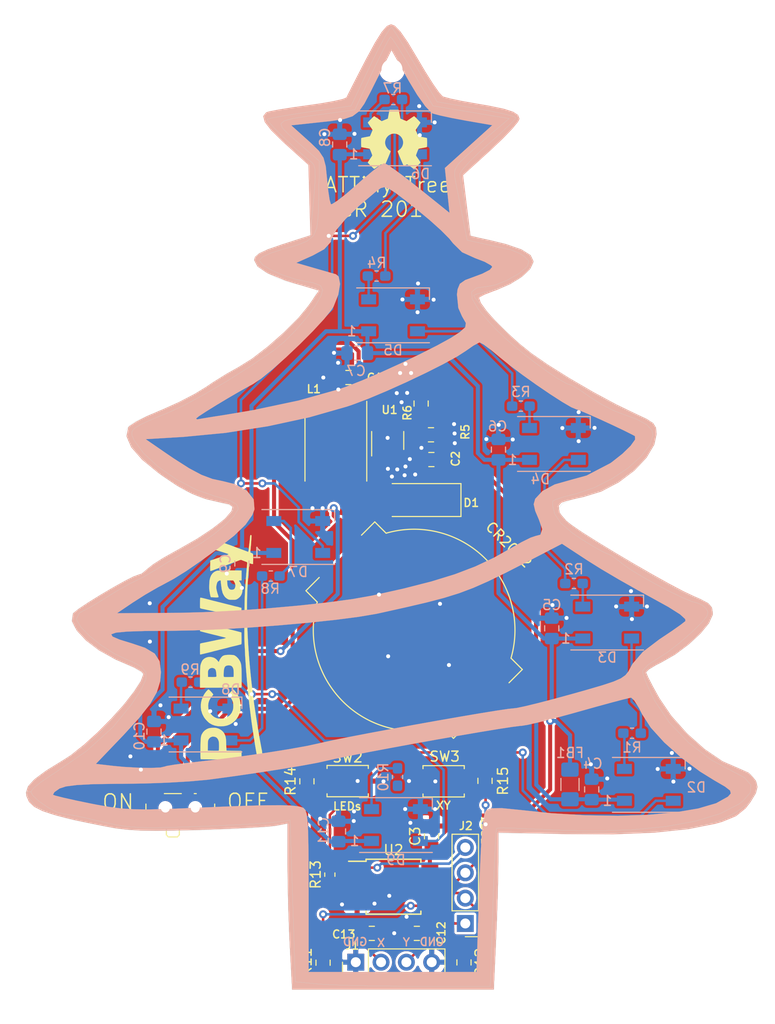
<source format=kicad_pcb>
(kicad_pcb (version 20171130) (host pcbnew "(5.1.2-1)-1")
  (layers (0 F.Cu signal hide) (31 B.Cu signal) (34 B.Paste user hide) (35 F.Paste user hide) (36 B.SilkS user) (37 F.SilkS user) (38 B.Mask user hide) (39 F.Mask user hide) (44 Edge.Cuts user))
  (net 0 "")
  (net 1 GNDREF)
  (net 2 "Net-(D2-Pad2)")
  (net 3 "Net-(D5-Pad2)")
  (net 4 /SCK)
  (net 5 VCC)
  (net 6 "Net-(D1-Pad2)")
  (net 7 "Net-(D3-Pad2)")
  (net 8 "Net-(D4-Pad2)")
  (net 9 "Net-(D6-Pad2)")
  (net 10 /nRESET)
  (net 11 /Yout)
  (net 12 /Xout)
  (net 13 +5V)
  (net 14 /MISO)
  (net 15 /MOSI)
  (net 16 /Button)
  (net 17 /Pixel)
  (net 18 "Net-(D3-Pad4)")
  (net 19 "Net-(D4-Pad4)")
  (net 20 "Net-(D5-Pad4)")
  (net 21 "Net-(D6-Pad4)")
  (net 22 "Net-(D7-Pad4)")
  (net 23 "Net-(D7-Pad2)")
  (net 24 "Net-(D8-Pad2)")
  (net 25 "Net-(D8-Pad4)")
  (net 26 "Net-(D9-Pad4)")
  (net 27 "Net-(D9-Pad2)")
  (net 28 "Net-(R13-Pad1)")
  (net 29 "Net-(Batt1-Pad1)")
  (net 30 "Net-(C1-Pad1)")
  (net 31 "Net-(R5-Pad1)")
  (net 32 "Net-(R10-Pad2)")
  (net 33 "Net-(R14-Pad2)")
  (net 34 "Net-(R15-Pad2)")
  (module "Test:pcb way logo" (layer F.Cu) (at 133.17728 94.19844 90)
    (fp_text reference G*** hide)
    (fp_text value LOGO hide)
  )
  (module Test:TreePCBOutline (layer B.Cu) (at 148.29536 80.05572 180)
    (fp_text reference G*** hide)
    (fp_text value LOGO hide)
    (fp_poly (pts (xy -0.003097 48.006661) (xy 0.452491 47.263764) (xy 1.075736 46.103458) (xy 1.803706 44.63784) (xy 1.922189 44.389875) (xy 3.849021 40.336245) (xy 7.979071 39.748746) (xy 9.604187 39.506688) (xy 10.956471 39.284705) (xy 11.892661 39.107732) (xy 12.268132 39.002238) (xy 12.097106 38.719523) (xy 11.532139 38.100106) (xy 10.708057 37.274419) (xy 9.759686 36.372893) (xy 8.821851 35.525961) (xy 8.029378 34.864055) (xy 7.85069 34.728758) (xy 7.599942 34.4521) (xy 7.467049 33.985234) (xy 7.443523 33.187298) (xy 7.520874 31.917428) (xy 7.615797 30.831022) (xy 7.9375 27.340278) (xy 10.759722 26.433271) (xy 12.204373 25.934617) (xy 13.078063 25.532211) (xy 13.496714 25.161042) (xy 13.581944 24.850508) (xy 13.263964 24.274465) (xy 12.419882 23.643708) (xy 11.214489 23.046627) (xy 9.812573 22.571611) (xy 8.995833 22.390595) (xy 8.039522 22.197836) (xy 7.401501 22.023) (xy 7.318298 21.98596) (xy 7.312059 21.615457) (xy 7.71834 20.871678) (xy 8.445088 19.87451) (xy 9.400249 18.743842) (xy 10.491767 17.599564) (xy 11.194317 16.937921) (xy 12.463395 15.890356) (xy 13.819789 14.913254) (xy 14.948124 14.230321) (xy 16.273104 13.489782) (xy 17.718432 12.592046) (xy 18.391323 12.137883) (xy 19.59406 11.401099) (xy 21.144267 10.597408) (xy 22.722868 9.891268) (xy 22.845976 9.841871) (xy 24.464455 9.175842) (xy 25.524792 8.665901) (xy 26.136679 8.240529) (xy 26.409808 7.828206) (xy 26.458333 7.486631) (xy 26.180599 6.682851) (xy 25.422709 5.628807) (xy 24.297628 4.456355) (xy 22.918323 3.297349) (xy 22.781911 3.195496) (xy 20.776997 1.874029) (xy 18.914587 1.024064) (xy 16.967551 0.534948) (xy 16.038343 0.287558) (xy 15.620992 -0.022986) (xy 15.618945 -0.122252) (xy 16.026333 -0.650228) (xy 16.90795 -1.415027) (xy 18.120138 -2.312853) (xy 19.519239 -3.239908) (xy 20.961593 -4.092396) (xy 21.53975 -4.400178) (xy 22.744904 -5.059712) (xy 23.732641 -5.6769) (xy 24.299997 -6.124311) (xy 24.316973 -6.143858) (xy 24.875669 -6.606028) (xy 25.179423 -6.702778) (xy 25.67671 -6.880298) (xy 26.596985 -7.346967) (xy 27.773933 -8.003951) (xy 29.041243 -8.752412) (xy 30.232599 -9.493517) (xy 31.18169 -10.128428) (xy 31.722199 -10.558311) (xy 31.773597 -10.621514) (xy 31.885205 -11.293177) (xy 31.805855 -11.629949) (xy 31.220839 -12.473665) (xy 30.17388 -13.450745) (xy 28.851918 -14.417496) (xy 27.441894 -15.23023) (xy 26.690481 -15.561857) (xy 25.636972 -16.025016) (xy 24.916398 -16.456675) (xy 24.701662 -16.71771) (xy 24.921723 -17.238755) (xy 25.496679 -18.141917) (xy 26.314222 -19.280608) (xy 27.262041 -20.508242) (xy 28.227825 -21.67823) (xy 29.099267 -22.643986) (xy 29.633333 -23.154535) (xy 30.617896 -23.903784) (xy 31.903625 -24.776689) (xy 32.932414 -25.415917) (xy 34.62699 -26.471119) (xy 35.737001 -27.308904) (xy 36.324791 -27.993494) (xy 36.4527 -28.58911) (xy 36.338022 -28.924207) (xy 35.506724 -29.886509) (xy 34.123219 -30.639608) (xy 32.12183 -31.217696) (xy 31.8067 -31.283002) (xy 30.207216 -31.603075) (xy 28.536111 -31.93883) (xy 27.516666 -32.144508) (xy 26.552285 -32.253075) (xy 25.033769 -32.322488) (xy 23.111316 -32.355122) (xy 20.935125 -32.353357) (xy 18.655393 -32.31957) (xy 16.422318 -32.256138) (xy 14.386097 -32.165441) (xy 12.696928 -32.049854) (xy 11.50501 -31.911757) (xy 11.377083 -31.888998) (xy 10.230555 -31.66992) (xy 10.230555 -35.711518) (xy 10.208338 -37.850508) (xy 10.148571 -40.32042) (xy 10.061579 -42.748249) (xy 9.999953 -44.041836) (xy 9.76935 -48.330556) (xy -10.473583 -48.330556) (xy -10.703557 -43.303472) (xy -10.790815 -41.186562) (xy -10.863089 -39.034695) (xy -10.913361 -37.085965) (xy -10.934615 -35.578464) (xy -10.934878 -35.454167) (xy -10.936225 -32.631945) (xy -19.491029 -32.612361) (xy -22.978129 -32.580146) (xy -25.853935 -32.492457) (xy -28.211419 -32.336472) (xy -30.143551 -32.099367) (xy -31.743304 -31.768319) (xy -33.103648 -31.330504) (xy -34.317556 -30.773099) (xy -34.806694 -30.49989) (xy -36.1136 -29.5161) (xy -36.808325 -28.508508) (xy -36.86758 -27.783675) (xy -36.276344 -27.783675) (xy -36.213027 -28.563095) (xy -35.456516 -29.407801) (xy -35.030819 -29.720992) (xy -33.190121 -30.65917) (xy -30.739309 -31.406284) (xy -27.750321 -31.951859) (xy -24.295098 -32.285424) (xy -20.445576 -32.396504) (xy -17.176962 -32.320243) (xy -14.932802 -32.220121) (xy -13.295034 -32.149633) (xy -12.16521 -32.106595) (xy -11.444886 -32.088824) (xy -11.035615 -32.094137) (xy -10.83895 -32.12035) (xy -10.756445 -32.16528) (xy -10.743722 -32.177575) (xy -10.700246 -32.547168) (xy -10.640886 -33.519992) (xy -10.57033 -34.994023) (xy -10.49327 -36.867235) (xy -10.414396 -39.037604) (xy -10.377946 -40.133996) (xy -10.124809 -47.977778) (xy -2.681155 -47.97527) (xy -0.285134 -47.963799) (xy 2.03025 -47.933289) (xy 4.114318 -47.887186) (xy 5.816395 -47.828933) (xy 6.985803 -47.761976) (xy 7.103929 -47.751586) (xy 9.445359 -47.53041) (xy 9.963061 -31.315076) (xy 11.596114 -31.524812) (xy 12.486082 -31.606278) (xy 13.928526 -31.70055) (xy 15.770679 -31.799287) (xy 17.859777 -31.894148) (xy 19.579166 -31.96068) (xy 21.934764 -32.036296) (xy 23.737546 -32.06647) (xy 25.139277 -32.042778) (xy 26.291726 -31.9568) (xy 27.34666 -31.800114) (xy 28.455844 -31.564298) (xy 28.975991 -31.439239) (xy 30.426097 -31.101155) (xy 31.672136 -30.842695) (xy 32.513209 -30.704336) (xy 32.68646 -30.691667) (xy 33.39311 -30.499178) (xy 34.298185 -30.022309) (xy 35.177889 -29.411952) (xy 35.808427 -28.819) (xy 35.983333 -28.468769) (xy 35.701228 -28.090665) (xy 34.954726 -27.484149) (xy 33.893549 -26.768182) (xy 33.668396 -26.629404) (xy 30.368429 -24.361017) (xy 27.707974 -21.941147) (xy 25.93949 -19.774859) (xy 24.959809 -18.295881) (xy 24.453785 -17.233548) (xy 24.432324 -16.471893) (xy 24.906335 -15.89495) (xy 25.886727 -15.386754) (xy 26.370139 -15.196638) (xy 27.627301 -14.595291) (xy 28.90954 -13.774278) (xy 30.063537 -12.858888) (xy 30.93597 -11.974408) (xy 31.373519 -11.246128) (xy 31.397222 -11.088686) (xy 31.107721 -10.53781) (xy 30.779861 -10.33843) (xy 30.156369 -10.03015) (xy 29.191096 -9.466743) (xy 28.398611 -8.967188) (xy 27.231156 -8.247363) (xy 26.123827 -7.629923) (xy 25.576389 -7.364229) (xy 24.612356 -6.878209) (xy 23.472997 -6.208557) (xy 23.106944 -5.972597) (xy 21.867214 -5.205689) (xy 20.492838 -4.433806) (xy 20.108333 -4.234201) (xy 18.818354 -3.484912) (xy 17.53863 -2.577469) (xy 16.411427 -1.633327) (xy 15.57901 -0.773938) (xy 15.183646 -0.120756) (xy 15.169444 -0.017842) (xy 15.350518 0.379889) (xy 15.972146 0.729426) (xy 17.151942 1.091463) (xy 17.479323 1.174192) (xy 19.426559 1.854823) (xy 21.3988 2.888233) (xy 23.214312 4.149177) (xy 24.691359 5.512413) (xy 25.609952 6.777453) (xy 25.833115 7.274957) (xy 25.840999 7.667469) (xy 25.542247 8.029813) (xy 24.845502 8.436811) (xy 23.659408 8.963288) (xy 22.225 9.549805) (xy 20.607363 10.300667) (xy 18.588365 11.388357) (xy 16.326089 12.719783) (xy 13.978618 14.201857) (xy 11.704038 15.741489) (xy 11.671677 15.764268) (xy 10.563013 16.673609) (xy 9.405387 17.832009) (xy 8.320341 19.090288) (xy 7.429418 20.299265) (xy 6.854159 21.309758) (xy 6.702778 21.86308) (xy 6.909014 22.308009) (xy 7.61718 22.586988) (xy 8.203192 22.68753) (xy 9.445223 22.953843) (xy 10.732286 23.381406) (xy 11.883242 23.889792) (xy 12.716956 24.398571) (xy 13.052291 24.827314) (xy 13.052778 24.840854) (xy 12.730888 25.184226) (xy 11.863666 25.588198) (xy 10.847916 25.914588) (xy 9.29708 26.358996) (xy 8.25665 26.774934) (xy 7.621619 27.308405) (xy 7.286977 28.105409) (xy 7.147716 29.31195) (xy 7.098829 31.074027) (xy 7.097816 31.128661) (xy 7.029707 34.796707) (xy 9.212467 36.695214) (xy 10.16913 37.535098) (xy 10.747641 38.133717) (xy 10.892555 38.55089) (xy 10.548425 38.846439) (xy 9.659806 39.080182) (xy 8.171251 39.311943) (xy 6.589002 39.525657) (xy 3.476616 39.944027) (xy 1.761316 43.608124) (xy 1.070596 45.0551) (xy 0.483168 46.232511) (xy 0.064152 47.013327) (xy -0.117125 47.272222) (xy -0.349982 46.987262) (xy -0.859524 46.213208) (xy -1.568458 45.071301) (xy -2.326355 43.80683) (xy -4.372444 40.341439) (xy -8.19523 39.705621) (xy -12.018017 39.069803) (xy -10.506925 37.792455) (xy -9.340538 36.781378) (xy -8.136644 35.700217) (xy -7.682232 35.279081) (xy -6.914405 34.513872) (xy -6.570454 33.933519) (xy -6.549956 33.250729) (xy -6.695282 32.455555) (xy -6.959228 31.151815) (xy -7.263619 29.619113) (xy -7.410157 28.870299) (xy -7.798381 26.872543) (xy -9.631829 26.468838) (xy -10.82062 26.206461) (xy -11.815271 25.985871) (xy -12.170834 25.906425) (xy -13.029094 25.559114) (xy -13.546097 25.232107) (xy -13.993438 24.761806) (xy -13.867976 24.306757) (xy -13.746086 24.15052) (xy -12.956532 23.494454) (xy -11.812173 22.852494) (xy -10.625437 22.377661) (xy -9.803638 22.219598) (xy -8.753716 22.0848) (xy -8.253595 21.678188) (xy -8.30986 20.9699) (xy -8.929095 19.930073) (xy -10.117886 18.528846) (xy -10.767942 17.84654) (xy -11.808113 16.863453) (xy -13.081621 15.781899) (xy -14.454623 14.701075) (xy -15.793277 13.720183) (xy -16.96374 12.938423) (xy -17.832171 12.454995) (xy -18.187697 12.347222) (xy -18.588076 12.156554) (xy -19.364434 11.663729) (xy -20.085467 11.162607) (xy -21.291868 10.397079) (xy -22.541068 9.757728) (xy -23.12621 9.527936) (xy -24.789749 8.919149) (xy -25.837734 8.348394) (xy -26.35388 7.759732) (xy -26.443649 7.311079) (xy -26.109707 6.285276) (xy -25.228136 5.150739) (xy -23.926572 4.00325) (xy -22.332648 2.93859) (xy -20.574002 2.052542) (xy -18.778266 1.440887) (xy -18.548868 1.386547) (xy -17.44335 1.104433) (xy -16.652558 0.83767) (xy -16.39229 0.686338) (xy -16.387915 0.207955) (xy -16.594523 -0.593899) (xy -16.600119 -0.610034) (xy -17.186211 -1.505405) (xy -18.383864 -2.525728) (xy -19.263684 -3.120002) (xy -20.397693 -3.81829) (xy -21.312241 -4.336031) (xy -21.838776 -4.578842) (xy -21.881904 -4.586111) (xy -22.324918 -4.79821) (xy -23.057096 -5.330564) (xy -23.359253 -5.581185) (xy -24.124009 -6.130333) (xy -25.27097 -6.829719) (xy -26.633548 -7.592013) (xy -28.045158 -8.329884) (xy -29.339212 -8.956) (xy -30.349124 -9.383031) (xy -30.882215 -9.525) (xy -31.438993 -9.771964) (xy -31.786876 -10.098599) (xy -31.967231 -10.443792) (xy -31.862759 -10.847308) (xy -31.394975 -11.433227) (xy -30.485398 -12.325629) (xy -30.223219 -12.570747) (xy -29.031929 -13.602574) (xy -27.82119 -14.526928) (xy -26.841327 -15.153515) (xy -26.791759 -15.179318) (xy -25.943788 -15.728346) (xy -25.450726 -16.272868) (xy -25.4 -16.447943) (xy -25.556937 -17.016726) (xy -25.971273 -18.003524) (xy -26.5583 -19.209289) (xy -26.650209 -19.385699) (xy -28.091165 -21.527125) (xy -30.023938 -23.542689) (xy -32.237847 -25.240927) (xy -34.30697 -26.344081) (xy -35.64236 -27.050389) (xy -36.276344 -27.783675) (xy -36.86758 -27.783675) (xy -36.885877 -27.559865) (xy -36.341262 -26.752925) (xy -35.169487 -26.170441) (xy -35.069631 -26.141805) (xy -33.430889 -25.42838) (xy -31.649525 -24.218288) (xy -29.885011 -22.652474) (xy -28.296819 -20.871882) (xy -27.079846 -19.080328) (xy -26.446181 -17.932369) (xy -25.977788 -17.023696) (xy -25.762152 -16.525333) (xy -25.756929 -16.494169) (xy -26.044992 -16.204097) (xy -26.78213 -15.76225) (xy -27.284119 -15.511577) (xy -28.640175 -14.733729) (xy -29.971414 -13.732163) (xy -31.139774 -12.63998) (xy -32.007193 -11.590284) (xy -32.435607 -10.716176) (xy -32.458102 -10.523491) (xy -32.358948 -9.917672) (xy -31.951979 -9.4964) (xy -31.066857 -9.105488) (xy -30.779861 -9.004394) (xy -30.124104 -8.762191) (xy -29.43731 -8.464125) (xy -28.630615 -8.060667) (xy -27.615157 -7.502289) (xy -26.302069 -6.739461) (xy -24.60249 -5.722656) (xy -22.427554 -4.402345) (xy -21.421802 -3.788666) (xy -19.403935 -2.505844) (xy -18.005775 -1.482054) (xy -17.207826 -0.67762) (xy -16.99059 -0.052864) (xy -17.334572 0.431893) (xy -18.220275 0.816326) (xy -19.055711 1.026601) (xy -20.985071 1.63606) (xy -22.821758 2.567887) (xy -24.443191 3.722098) (xy -25.726792 4.998714) (xy -26.549978 6.297751) (xy -26.79607 7.339976) (xy -26.741135 8.059568) (xy -26.441149 8.531883) (xy -25.728383 8.944764) (xy -25.135417 9.199787) (xy -22.927201 10.222737) (xy -20.416229 11.563209) (xy -17.839345 13.084146) (xy -15.433393 14.648492) (xy -14.205636 15.524638) (xy -13.275217 16.282633) (xy -12.18047 17.271573) (xy -11.042826 18.368531) (xy -9.983719 19.450578) (xy -9.124578 20.394784) (xy -8.586836 21.078221) (xy -8.466667 21.334351) (xy -8.779116 21.471849) (xy -9.582318 21.690077) (xy -10.300132 21.854187) (xy -11.772413 22.321302) (xy -13.060204 23.001632) (xy -14.005211 23.786298) (xy -14.44914 24.566424) (xy -14.463889 24.718105) (xy -14.167637 25.342643) (xy -13.256667 25.916787) (xy -11.697656 26.456871) (xy -10.142361 26.836599) (xy -9.062186 27.084653) (xy -8.326395 27.279951) (xy -8.113889 27.365588) (xy -8.052418 27.728348) (xy -7.88917 28.612645) (xy -7.655898 29.847213) (xy -7.584783 30.219661) (xy -7.335392 31.593088) (xy -7.152247 32.735966) (xy -7.068137 33.440033) (xy -7.066148 33.513889) (xy -7.32398 33.952273) (xy -8.012253 34.719854) (xy -9.017019 35.696996) (xy -9.88831 36.476872) (xy -11.045559 37.500374) (xy -11.971552 38.360797) (xy -12.554719 38.951871) (xy -12.7 39.154967) (xy -12.374568 39.307221) (xy -11.490656 39.536489) (xy -10.186837 39.810593) (xy -8.748321 40.072539) (xy -4.796641 40.745833) (xy -2.624095 44.371216) (xy -1.760694 45.800143) (xy -1.020555 47.002968) (xy -0.482942 47.852368) (xy -0.228096 48.220052) (xy -0.003097 48.006661)) (layer Edge.Cuts) (width 0.01))
  )
  (module MountingHole:MountingHole_2.1mm (layer F.Cu) (at 148.55444 36.05784)
    (fp_text reference REF** hide)
    (fp_text value MountingHole_2.1mm)
    (pad "" np_thru_hole circle (at 0 0) (size 2.1 2.1) (drill 2.1) (layers *.Cu *.Mask))
  )
  (module Test:TreeSilk (layer B.Cu) (at 148.30044 80.03032 180)
    (fp_text reference G*** hide)
    (fp_text value LOGO hide)
  )
  (module Test:TreePCBOutline (layer B.Cu) (at 148.29536 80.05572 180)
    (fp_text reference G*** hide)
    (fp_text value LOGO hide)
    (fp_poly (pts (xy -0.003097 48.006661) (xy 0.452491 47.263764) (xy 1.075736 46.103458) (xy 1.803706 44.63784) (xy 1.922189 44.389875) (xy 3.849021 40.336245) (xy 7.979071 39.748746) (xy 9.604187 39.506688) (xy 10.956471 39.284705) (xy 11.892661 39.107732) (xy 12.268132 39.002238) (xy 12.097106 38.719523) (xy 11.532139 38.100106) (xy 10.708057 37.274419) (xy 9.759686 36.372893) (xy 8.821851 35.525961) (xy 8.029378 34.864055) (xy 7.85069 34.728758) (xy 7.599942 34.4521) (xy 7.467049 33.985234) (xy 7.443523 33.187298) (xy 7.520874 31.917428) (xy 7.615797 30.831022) (xy 7.9375 27.340278) (xy 10.759722 26.433271) (xy 12.204373 25.934617) (xy 13.078063 25.532211) (xy 13.496714 25.161042) (xy 13.581944 24.850508) (xy 13.263964 24.274465) (xy 12.419882 23.643708) (xy 11.214489 23.046627) (xy 9.812573 22.571611) (xy 8.995833 22.390595) (xy 8.039522 22.197836) (xy 7.401501 22.023) (xy 7.318298 21.98596) (xy 7.312059 21.615457) (xy 7.71834 20.871678) (xy 8.445088 19.87451) (xy 9.400249 18.743842) (xy 10.491767 17.599564) (xy 11.194317 16.937921) (xy 12.463395 15.890356) (xy 13.819789 14.913254) (xy 14.948124 14.230321) (xy 16.273104 13.489782) (xy 17.718432 12.592046) (xy 18.391323 12.137883) (xy 19.59406 11.401099) (xy 21.144267 10.597408) (xy 22.722868 9.891268) (xy 22.845976 9.841871) (xy 24.464455 9.175842) (xy 25.524792 8.665901) (xy 26.136679 8.240529) (xy 26.409808 7.828206) (xy 26.458333 7.486631) (xy 26.180599 6.682851) (xy 25.422709 5.628807) (xy 24.297628 4.456355) (xy 22.918323 3.297349) (xy 22.781911 3.195496) (xy 20.776997 1.874029) (xy 18.914587 1.024064) (xy 16.967551 0.534948) (xy 16.038343 0.287558) (xy 15.620992 -0.022986) (xy 15.618945 -0.122252) (xy 16.026333 -0.650228) (xy 16.90795 -1.415027) (xy 18.120138 -2.312853) (xy 19.519239 -3.239908) (xy 20.961593 -4.092396) (xy 21.53975 -4.400178) (xy 22.744904 -5.059712) (xy 23.732641 -5.6769) (xy 24.299997 -6.124311) (xy 24.316973 -6.143858) (xy 24.875669 -6.606028) (xy 25.179423 -6.702778) (xy 25.67671 -6.880298) (xy 26.596985 -7.346967) (xy 27.773933 -8.003951) (xy 29.041243 -8.752412) (xy 30.232599 -9.493517) (xy 31.18169 -10.128428) (xy 31.722199 -10.558311) (xy 31.773597 -10.621514) (xy 31.885205 -11.293177) (xy 31.805855 -11.629949) (xy 31.220839 -12.473665) (xy 30.17388 -13.450745) (xy 28.851918 -14.417496) (xy 27.441894 -15.23023) (xy 26.690481 -15.561857) (xy 25.636972 -16.025016) (xy 24.916398 -16.456675) (xy 24.701662 -16.71771) (xy 24.921723 -17.238755) (xy 25.496679 -18.141917) (xy 26.314222 -19.280608) (xy 27.262041 -20.508242) (xy 28.227825 -21.67823) (xy 29.099267 -22.643986) (xy 29.633333 -23.154535) (xy 30.617896 -23.903784) (xy 31.903625 -24.776689) (xy 32.932414 -25.415917) (xy 34.62699 -26.471119) (xy 35.737001 -27.308904) (xy 36.324791 -27.993494) (xy 36.4527 -28.58911) (xy 36.338022 -28.924207) (xy 35.506724 -29.886509) (xy 34.123219 -30.639608) (xy 32.12183 -31.217696) (xy 31.8067 -31.283002) (xy 30.207216 -31.603075) (xy 28.536111 -31.93883) (xy 27.516666 -32.144508) (xy 26.552285 -32.253075) (xy 25.033769 -32.322488) (xy 23.111316 -32.355122) (xy 20.935125 -32.353357) (xy 18.655393 -32.31957) (xy 16.422318 -32.256138) (xy 14.386097 -32.165441) (xy 12.696928 -32.049854) (xy 11.50501 -31.911757) (xy 11.377083 -31.888998) (xy 10.230555 -31.66992) (xy 10.230555 -35.711518) (xy 10.208338 -37.850508) (xy 10.148571 -40.32042) (xy 10.061579 -42.748249) (xy 9.999953 -44.041836) (xy 9.76935 -48.330556) (xy -10.473583 -48.330556) (xy -10.703557 -43.303472) (xy -10.790815 -41.186562) (xy -10.863089 -39.034695) (xy -10.913361 -37.085965) (xy -10.934615 -35.578464) (xy -10.934878 -35.454167) (xy -10.936225 -32.631945) (xy -19.491029 -32.612361) (xy -22.978129 -32.580146) (xy -25.853935 -32.492457) (xy -28.211419 -32.336472) (xy -30.143551 -32.099367) (xy -31.743304 -31.768319) (xy -33.103648 -31.330504) (xy -34.317556 -30.773099) (xy -34.806694 -30.49989) (xy -36.1136 -29.5161) (xy -36.808325 -28.508508) (xy -36.86758 -27.783675) (xy -36.276344 -27.783675) (xy -36.213027 -28.563095) (xy -35.456516 -29.407801) (xy -35.030819 -29.720992) (xy -33.190121 -30.65917) (xy -30.739309 -31.406284) (xy -27.750321 -31.951859) (xy -24.295098 -32.285424) (xy -20.445576 -32.396504) (xy -17.176962 -32.320243) (xy -14.932802 -32.220121) (xy -13.295034 -32.149633) (xy -12.16521 -32.106595) (xy -11.444886 -32.088824) (xy -11.035615 -32.094137) (xy -10.83895 -32.12035) (xy -10.756445 -32.16528) (xy -10.743722 -32.177575) (xy -10.700246 -32.547168) (xy -10.640886 -33.519992) (xy -10.57033 -34.994023) (xy -10.49327 -36.867235) (xy -10.414396 -39.037604) (xy -10.377946 -40.133996) (xy -10.124809 -47.977778) (xy -2.681155 -47.97527) (xy -0.285134 -47.963799) (xy 2.03025 -47.933289) (xy 4.114318 -47.887186) (xy 5.816395 -47.828933) (xy 6.985803 -47.761976) (xy 7.103929 -47.751586) (xy 9.445359 -47.53041) (xy 9.963061 -31.315076) (xy 11.596114 -31.524812) (xy 12.486082 -31.606278) (xy 13.928526 -31.70055) (xy 15.770679 -31.799287) (xy 17.859777 -31.894148) (xy 19.579166 -31.96068) (xy 21.934764 -32.036296) (xy 23.737546 -32.06647) (xy 25.139277 -32.042778) (xy 26.291726 -31.9568) (xy 27.34666 -31.800114) (xy 28.455844 -31.564298) (xy 28.975991 -31.439239) (xy 30.426097 -31.101155) (xy 31.672136 -30.842695) (xy 32.513209 -30.704336) (xy 32.68646 -30.691667) (xy 33.39311 -30.499178) (xy 34.298185 -30.022309) (xy 35.177889 -29.411952) (xy 35.808427 -28.819) (xy 35.983333 -28.468769) (xy 35.701228 -28.090665) (xy 34.954726 -27.484149) (xy 33.893549 -26.768182) (xy 33.668396 -26.629404) (xy 30.368429 -24.361017) (xy 27.707974 -21.941147) (xy 25.93949 -19.774859) (xy 24.959809 -18.295881) (xy 24.453785 -17.233548) (xy 24.432324 -16.471893) (xy 24.906335 -15.89495) (xy 25.886727 -15.386754) (xy 26.370139 -15.196638) (xy 27.627301 -14.595291) (xy 28.90954 -13.774278) (xy 30.063537 -12.858888) (xy 30.93597 -11.974408) (xy 31.373519 -11.246128) (xy 31.397222 -11.088686) (xy 31.107721 -10.53781) (xy 30.779861 -10.33843) (xy 30.156369 -10.03015) (xy 29.191096 -9.466743) (xy 28.398611 -8.967188) (xy 27.231156 -8.247363) (xy 26.123827 -7.629923) (xy 25.576389 -7.364229) (xy 24.612356 -6.878209) (xy 23.472997 -6.208557) (xy 23.106944 -5.972597) (xy 21.867214 -5.205689) (xy 20.492838 -4.433806) (xy 20.108333 -4.234201) (xy 18.818354 -3.484912) (xy 17.53863 -2.577469) (xy 16.411427 -1.633327) (xy 15.57901 -0.773938) (xy 15.183646 -0.120756) (xy 15.169444 -0.017842) (xy 15.350518 0.379889) (xy 15.972146 0.729426) (xy 17.151942 1.091463) (xy 17.479323 1.174192) (xy 19.426559 1.854823) (xy 21.3988 2.888233) (xy 23.214312 4.149177) (xy 24.691359 5.512413) (xy 25.609952 6.777453) (xy 25.833115 7.274957) (xy 25.840999 7.667469) (xy 25.542247 8.029813) (xy 24.845502 8.436811) (xy 23.659408 8.963288) (xy 22.225 9.549805) (xy 20.607363 10.300667) (xy 18.588365 11.388357) (xy 16.326089 12.719783) (xy 13.978618 14.201857) (xy 11.704038 15.741489) (xy 11.671677 15.764268) (xy 10.563013 16.673609) (xy 9.405387 17.832009) (xy 8.320341 19.090288) (xy 7.429418 20.299265) (xy 6.854159 21.309758) (xy 6.702778 21.86308) (xy 6.909014 22.308009) (xy 7.61718 22.586988) (xy 8.203192 22.68753) (xy 9.445223 22.953843) (xy 10.732286 23.381406) (xy 11.883242 23.889792) (xy 12.716956 24.398571) (xy 13.052291 24.827314) (xy 13.052778 24.840854) (xy 12.730888 25.184226) (xy 11.863666 25.588198) (xy 10.847916 25.914588) (xy 9.29708 26.358996) (xy 8.25665 26.774934) (xy 7.621619 27.308405) (xy 7.286977 28.105409) (xy 7.147716 29.31195) (xy 7.098829 31.074027) (xy 7.097816 31.128661) (xy 7.029707 34.796707) (xy 9.212467 36.695214) (xy 10.16913 37.535098) (xy 10.747641 38.133717) (xy 10.892555 38.55089) (xy 10.548425 38.846439) (xy 9.659806 39.080182) (xy 8.171251 39.311943) (xy 6.589002 39.525657) (xy 3.476616 39.944027) (xy 1.761316 43.608124) (xy 1.070596 45.0551) (xy 0.483168 46.232511) (xy 0.064152 47.013327) (xy -0.117125 47.272222) (xy -0.349982 46.987262) (xy -0.859524 46.213208) (xy -1.568458 45.071301) (xy -2.326355 43.80683) (xy -4.372444 40.341439) (xy -8.19523 39.705621) (xy -12.018017 39.069803) (xy -10.506925 37.792455) (xy -9.340538 36.781378) (xy -8.136644 35.700217) (xy -7.682232 35.279081) (xy -6.914405 34.513872) (xy -6.570454 33.933519) (xy -6.549956 33.250729) (xy -6.695282 32.455555) (xy -6.959228 31.151815) (xy -7.263619 29.619113) (xy -7.410157 28.870299) (xy -7.798381 26.872543) (xy -9.631829 26.468838) (xy -10.82062 26.206461) (xy -11.815271 25.985871) (xy -12.170834 25.906425) (xy -13.029094 25.559114) (xy -13.546097 25.232107) (xy -13.993438 24.761806) (xy -13.867976 24.306757) (xy -13.746086 24.15052) (xy -12.956532 23.494454) (xy -11.812173 22.852494) (xy -10.625437 22.377661) (xy -9.803638 22.219598) (xy -8.753716 22.0848) (xy -8.253595 21.678188) (xy -8.30986 20.9699) (xy -8.929095 19.930073) (xy -10.117886 18.528846) (xy -10.767942 17.84654) (xy -11.808113 16.863453) (xy -13.081621 15.781899) (xy -14.454623 14.701075) (xy -15.793277 13.720183) (xy -16.96374 12.938423) (xy -17.832171 12.454995) (xy -18.187697 12.347222) (xy -18.588076 12.156554) (xy -19.364434 11.663729) (xy -20.085467 11.162607) (xy -21.291868 10.397079) (xy -22.541068 9.757728) (xy -23.12621 9.527936) (xy -24.789749 8.919149) (xy -25.837734 8.348394) (xy -26.35388 7.759732) (xy -26.443649 7.311079) (xy -26.109707 6.285276) (xy -25.228136 5.150739) (xy -23.926572 4.00325) (xy -22.332648 2.93859) (xy -20.574002 2.052542) (xy -18.778266 1.440887) (xy -18.548868 1.386547) (xy -17.44335 1.104433) (xy -16.652558 0.83767) (xy -16.39229 0.686338) (xy -16.387915 0.207955) (xy -16.594523 -0.593899) (xy -16.600119 -0.610034) (xy -17.186211 -1.505405) (xy -18.383864 -2.525728) (xy -19.263684 -3.120002) (xy -20.397693 -3.81829) (xy -21.312241 -4.336031) (xy -21.838776 -4.578842) (xy -21.881904 -4.586111) (xy -22.324918 -4.79821) (xy -23.057096 -5.330564) (xy -23.359253 -5.581185) (xy -24.124009 -6.130333) (xy -25.27097 -6.829719) (xy -26.633548 -7.592013) (xy -28.045158 -8.329884) (xy -29.339212 -8.956) (xy -30.349124 -9.383031) (xy -30.882215 -9.525) (xy -31.438993 -9.771964) (xy -31.786876 -10.098599) (xy -31.967231 -10.443792) (xy -31.862759 -10.847308) (xy -31.394975 -11.433227) (xy -30.485398 -12.325629) (xy -30.223219 -12.570747) (xy -29.031929 -13.602574) (xy -27.82119 -14.526928) (xy -26.841327 -15.153515) (xy -26.791759 -15.179318) (xy -25.943788 -15.728346) (xy -25.450726 -16.272868) (xy -25.4 -16.447943) (xy -25.556937 -17.016726) (xy -25.971273 -18.003524) (xy -26.5583 -19.209289) (xy -26.650209 -19.385699) (xy -28.091165 -21.527125) (xy -30.023938 -23.542689) (xy -32.237847 -25.240927) (xy -34.30697 -26.344081) (xy -35.64236 -27.050389) (xy -36.276344 -27.783675) (xy -36.86758 -27.783675) (xy -36.885877 -27.559865) (xy -36.341262 -26.752925) (xy -35.169487 -26.170441) (xy -35.069631 -26.141805) (xy -33.430889 -25.42838) (xy -31.649525 -24.218288) (xy -29.885011 -22.652474) (xy -28.296819 -20.871882) (xy -27.079846 -19.080328) (xy -26.446181 -17.932369) (xy -25.977788 -17.023696) (xy -25.762152 -16.525333) (xy -25.756929 -16.494169) (xy -26.044992 -16.204097) (xy -26.78213 -15.76225) (xy -27.284119 -15.511577) (xy -28.640175 -14.733729) (xy -29.971414 -13.732163) (xy -31.139774 -12.63998) (xy -32.007193 -11.590284) (xy -32.435607 -10.716176) (xy -32.458102 -10.523491) (xy -32.358948 -9.917672) (xy -31.951979 -9.4964) (xy -31.066857 -9.105488) (xy -30.779861 -9.004394) (xy -30.124104 -8.762191) (xy -29.43731 -8.464125) (xy -28.630615 -8.060667) (xy -27.615157 -7.502289) (xy -26.302069 -6.739461) (xy -24.60249 -5.722656) (xy -22.427554 -4.402345) (xy -21.421802 -3.788666) (xy -19.403935 -2.505844) (xy -18.005775 -1.482054) (xy -17.207826 -0.67762) (xy -16.99059 -0.052864) (xy -17.334572 0.431893) (xy -18.220275 0.816326) (xy -19.055711 1.026601) (xy -20.985071 1.63606) (xy -22.821758 2.567887) (xy -24.443191 3.722098) (xy -25.726792 4.998714) (xy -26.549978 6.297751) (xy -26.79607 7.339976) (xy -26.741135 8.059568) (xy -26.441149 8.531883) (xy -25.728383 8.944764) (xy -25.135417 9.199787) (xy -22.927201 10.222737) (xy -20.416229 11.563209) (xy -17.839345 13.084146) (xy -15.433393 14.648492) (xy -14.205636 15.524638) (xy -13.275217 16.282633) (xy -12.18047 17.271573) (xy -11.042826 18.368531) (xy -9.983719 19.450578) (xy -9.124578 20.394784) (xy -8.586836 21.078221) (xy -8.466667 21.334351) (xy -8.779116 21.471849) (xy -9.582318 21.690077) (xy -10.300132 21.854187) (xy -11.772413 22.321302) (xy -13.060204 23.001632) (xy -14.005211 23.786298) (xy -14.44914 24.566424) (xy -14.463889 24.718105) (xy -14.167637 25.342643) (xy -13.256667 25.916787) (xy -11.697656 26.456871) (xy -10.142361 26.836599) (xy -9.062186 27.084653) (xy -8.326395 27.279951) (xy -8.113889 27.365588) (xy -8.052418 27.728348) (xy -7.88917 28.612645) (xy -7.655898 29.847213) (xy -7.584783 30.219661) (xy -7.335392 31.593088) (xy -7.152247 32.735966) (xy -7.068137 33.440033) (xy -7.066148 33.513889) (xy -7.32398 33.952273) (xy -8.012253 34.719854) (xy -9.017019 35.696996) (xy -9.88831 36.476872) (xy -11.045559 37.500374) (xy -11.971552 38.360797) (xy -12.554719 38.951871) (xy -12.7 39.154967) (xy -12.374568 39.307221) (xy -11.490656 39.536489) (xy -10.186837 39.810593) (xy -8.748321 40.072539) (xy -4.796641 40.745833) (xy -2.624095 44.371216) (xy -1.760694 45.800143) (xy -1.020555 47.002968) (xy -0.482942 47.852368) (xy -0.228096 48.220052) (xy -0.003097 48.006661)) (layer Edge.Cuts) (width 0.01))
  )
  (module Symbol:OSHW-Symbol_6.7x6mm_SilkScreen (layer F.Cu) (at 148.75764 43.08348)
    (fp_text reference REF** hide)
    (fp_text value OSHW-Symbol_6.7x6mm_SilkScreen hide)
  )
  (module Resistor_SMD:R_0805_2012Metric_Pad1.15x1.40mm_HandSolder (layer F.Cu) (at 152.4672 72.71004)
    (fp_text reference R5 (at 3.44308 -0.2794 90) (layer F.SilkS) (effects (font (size 0.8 0.8))))
    (fp_text value 91K)
    (pad 1 smd roundrect (at -1.025 0) (size 1.15 1.4) (layers F.Cu F.Paste F.Mask) (roundrect_rratio 0.217391) (net 31 "Net-(R5-Pad1)"))
    (pad 2 smd roundrect (at 1.025 0) (size 1.15 1.4) (layers F.Cu F.Paste F.Mask) (roundrect_rratio 0.217391) (net 13 +5V))
  )
  (module Resistor_SMD:R_0805_2012Metric_Pad1.15x1.40mm_HandSolder (layer F.Cu) (at 151.47544 69.57568 270)
    (fp_text reference R6 (at 0.93472 1.38176 270) (layer F.SilkS) (effects (font (size 0.8 0.8))))
    (fp_text value 30K)
    (pad 1 smd roundrect (at -1.025 0 270) (size 1.15 1.4) (layers F.Cu F.Paste F.Mask) (roundrect_rratio 0.217391) (net 1 GNDREF))
    (pad 2 smd roundrect (at 1.025 0 270) (size 1.15 1.4) (layers F.Cu F.Paste F.Mask) (roundrect_rratio 0.217391) (net 31 "Net-(R5-Pad1)"))
  )
  (module Capacitor_SMD:C_0805_2012Metric_Pad1.15x1.40mm_HandSolder (layer F.Cu) (at 144.18056 66.96456 180)
    (fp_text reference C1 (at -2.63652 -0.00508 unlocked) (layer F.SilkS) (effects (font (size 0.8 0.8))))
    (fp_text value 4.7uF)
    (pad 2 smd roundrect (at 1.025 0 180) (size 1.15 1.4) (layers F.Cu F.Paste F.Mask) (roundrect_rratio 0.217391) (net 1 GNDREF))
    (pad 1 smd roundrect (at -1.025 0 180) (size 1.15 1.4) (layers F.Cu F.Paste F.Mask) (roundrect_rratio 0.217391) (net 30 "Net-(C1-Pad1)"))
  )
  (module Capacitor_SMD:C_0805_2012Metric_Pad1.15x1.40mm_HandSolder (layer F.Cu) (at 152.50668 75.19416 180)
    (fp_text reference C2 (at -2.42824 0.0762 90) (layer F.SilkS) (effects (font (size 0.8 0.8))))
    (fp_text value 4.7uF)
    (pad 2 smd roundrect (at 1.025 0 180) (size 1.15 1.4) (layers F.Cu F.Paste F.Mask) (roundrect_rratio 0.217391) (net 1 GNDREF))
    (pad 1 smd roundrect (at -1.025 0 180) (size 1.15 1.4) (layers F.Cu F.Paste F.Mask) (roundrect_rratio 0.217391) (net 13 +5V))
  )
  (module Diode_SMD:D_SMA_Handsoldering (layer F.Cu) (at 151.07412 79.25816 180)
    (fp_text reference D1 (at -5.43052 -0.27432) (layer F.SilkS) (effects (font (size 0.8 0.8))))
    (fp_text value SK35)
    (pad 2 smd rect (at 2.5 0 180) (size 3.5 1.8) (layers F.Cu F.Paste F.Mask) (net 6 "Net-(D1-Pad2)"))
    (pad 1 smd rect (at -2.5 0 180) (size 3.5 1.8) (layers F.Cu F.Paste F.Mask) (net 13 +5V))
  )
  (module Package_TO_SOT_SMD:SOT-23-5_HandSoldering (layer F.Cu) (at 148.12264 73.28028 90)
    (fp_text reference U1 (at 3.0696 0.18796 180) (layer F.SilkS) (effects (font (size 0.8 0.8))))
    (fp_text value AP3012)
    (pad 5 smd rect (at 1.35 -0.95 90) (size 1.56 0.65) (layers F.Cu F.Paste F.Mask) (net 30 "Net-(C1-Pad1)"))
    (pad 4 smd rect (at 1.35 0.95 90) (size 1.56 0.65) (layers F.Cu F.Paste F.Mask) (net 30 "Net-(C1-Pad1)"))
    (pad 3 smd rect (at -1.35 0.95 90) (size 1.56 0.65) (layers F.Cu F.Paste F.Mask) (net 31 "Net-(R5-Pad1)"))
    (pad 2 smd rect (at -1.35 0 90) (size 1.56 0.65) (layers F.Cu F.Paste F.Mask) (net 1 GNDREF))
    (pad 1 smd rect (at -1.35 -0.95 90) (size 1.56 0.65) (layers F.Cu F.Paste F.Mask) (net 6 "Net-(D1-Pad2)"))
  )
  (module Inductor_SMD:L_Taiyo-Yuden_NR-60xx_HandSoldering (layer F.Cu) (at 142.92072 73.3552 270)
    (fp_text reference L1 (at -5.2324 2.21488 180) (layer F.SilkS) (effects (font (size 0.8 0.8))))
    (fp_text value 22uH)
    (pad 2 smd rect (at 2.775 0 270) (size 2.45 5.9) (layers F.Cu F.Paste F.Mask) (net 6 "Net-(D1-Pad2)"))
    (pad 1 smd rect (at -2.775 0 270) (size 2.45 5.9) (layers F.Cu F.Paste F.Mask) (net 30 "Net-(C1-Pad1)"))
  )
  (module Battery:BatteryHolder_MPD_BC2003_1x2032 (layer F.Cu) (at 150.7744 92.3036 315)
    (fp_text reference Batt1 hide)
    (fp_text value CR2032)
    (pad 2 smd rect (at 0 0 315) (size 8 5.56) (layers F.Cu F.Paste F.Mask) (net 1 GNDREF))
    (pad 1 smd rect (at 11.905 0 315) (size 2.6 5.56) (layers F.Cu F.Paste F.Mask) (net 29 "Net-(Batt1-Pad1)"))
    (pad 1 smd rect (at -11.905 0 315) (size 2.6 5.56) (layers F.Cu F.Paste F.Mask) (net 29 "Net-(Batt1-Pad1)"))
  )
  (module Capacitor_SMD:C_0805_2012Metric_Pad1.15x1.40mm_HandSolder (layer F.Cu) (at 151.04872 122.72772 180)
    (fp_text reference C12 (at -2.44856 0.04572 90) (layer F.SilkS) (effects (font (size 0.8 0.8))))
    (fp_text value 100nF)
    (pad 1 smd roundrect (at -1.025 0 180) (size 1.15 1.4) (layers F.Cu F.Paste F.Mask) (roundrect_rratio 0.217391) (net 11 /Yout))
    (pad 2 smd roundrect (at 1.025 0 180) (size 1.15 1.4) (layers F.Cu F.Paste F.Mask) (roundrect_rratio 0.217391) (net 1 GNDREF))
  )
  (module Capacitor_SMD:C_0805_2012Metric_Pad1.15x1.40mm_HandSolder (layer F.Cu) (at 146.52752 122.72772)
    (fp_text reference C13 (at -2.81432 0.09652) (layer F.SilkS) (effects (font (size 0.8 0.8))))
    (fp_text value 100nF)
    (pad 2 smd roundrect (at 1.025 0) (size 1.15 1.4) (layers F.Cu F.Paste F.Mask) (roundrect_rratio 0.217391) (net 1 GNDREF))
    (pad 1 smd roundrect (at -1.025 0) (size 1.15 1.4) (layers F.Cu F.Paste F.Mask) (roundrect_rratio 0.217391) (net 12 /Xout))
  )
  (module LED_SMD:LED_WS2812B_PLCC4_5.0x5.0mm_P3.2mm (layer B.Cu) (at 174.32528 107.82808)
    (fp_text reference D2 (at 4.76504 0.24892) (layer B.SilkS) (effects (justify mirror)))
    (fp_text value WS2812B)
    (fp_text user 1 (at -4.15 1.6) (layer B.SilkS) (effects (justify mirror)))
    (pad 3 smd rect (at 2.45 -1.6) (size 1.5 1) (layers B.Cu B.Paste B.Mask) (net 1 GNDREF))
    (pad 4 smd rect (at 2.45 1.6) (size 1.5 1) (layers B.Cu B.Paste B.Mask) (net 17 /Pixel))
    (pad 2 smd rect (at -2.45 -1.6) (size 1.5 1) (layers B.Cu B.Paste B.Mask) (net 2 "Net-(D2-Pad2)"))
    (pad 1 smd rect (at -2.45 1.6) (size 1.5 1) (layers B.Cu B.Paste B.Mask) (net 5 VCC))
  )
  (module Inductor_SMD:L_1206_3216Metric_Pad1.42x1.75mm_HandSolder (layer B.Cu) (at 166.41572 107.78744 90)
    (fp_text reference FB1 (at 3.16484 0) (layer B.SilkS) (effects (justify mirror)))
    (fp_text value Ferrite_Bead_Small)
    (pad 1 smd roundrect (at -1.4875 0 90) (size 1.425 1.75) (layers B.Cu B.Paste B.Mask) (roundrect_rratio 0.175439) (net 5 VCC))
    (pad 2 smd roundrect (at 1.4875 0 90) (size 1.425 1.75) (layers B.Cu B.Paste B.Mask) (roundrect_rratio 0.175439) (net 13 +5V))
  )
  (module Connector_PinHeader_2.54mm:PinHeader_1x04_P2.54mm_Vertical (layer F.Cu) (at 144.91716 125.61824 90)
    (fp_text reference J1 (at 1.6764 -0.34544 180) (layer F.SilkS) (effects (font (size 0.8 0.8))))
    (fp_text value Conn_01x04)
    (pad 1 thru_hole rect (at 0 0 90) (size 1.7 1.7) (drill 1) (layers *.Cu *.Mask) (net 1 GNDREF))
    (pad 2 thru_hole oval (at 0 2.54 90) (size 1.7 1.7) (drill 1) (layers *.Cu *.Mask) (net 12 /Xout))
    (pad 3 thru_hole oval (at 0 5.08 90) (size 1.7 1.7) (drill 1) (layers *.Cu *.Mask) (net 11 /Yout))
    (pad 4 thru_hole oval (at 0 7.62 90) (size 1.7 1.7) (drill 1) (layers *.Cu *.Mask) (net 1 GNDREF))
  )
  (module Connector_PinHeader_2.54mm:PinHeader_1x04_P2.54mm_Vertical (layer F.Cu) (at 155.91028 121.73204 180)
    (fp_text reference J2 (at -0.05588 9.78408) (layer F.SilkS) (effects (font (size 0.8 0.8))))
    (fp_text value Conn_01x04)
    (pad 4 thru_hole oval (at 0 7.62 180) (size 1.7 1.7) (drill 1) (layers *.Cu *.Mask) (net 10 /nRESET))
    (pad 3 thru_hole oval (at 0 5.08 180) (size 1.7 1.7) (drill 1) (layers *.Cu *.Mask) (net 4 /SCK))
    (pad 2 thru_hole oval (at 0 2.54 180) (size 1.7 1.7) (drill 1) (layers *.Cu *.Mask) (net 14 /MISO))
    (pad 1 thru_hole rect (at 0 0 180) (size 1.7 1.7) (drill 1) (layers *.Cu *.Mask) (net 15 /MOSI))
  )
  (module Resistor_SMD:R_0805_2012Metric_Pad1.15x1.40mm_HandSolder (layer F.Cu) (at 141.63548 125.66904 270)
    (fp_text reference R11 (at -0.06096 1.65608 90) (layer F.SilkS))
    (fp_text value 10K)
    (pad 1 smd roundrect (at -1.025 0 270) (size 1.15 1.4) (layers F.Cu F.Paste F.Mask) (roundrect_rratio 0.217391) (net 15 /MOSI))
    (pad 2 smd roundrect (at 1.025 0 270) (size 1.15 1.4) (layers F.Cu F.Paste F.Mask) (roundrect_rratio 0.217391) (net 12 /Xout))
  )
  (module Resistor_SMD:R_0805_2012Metric_Pad1.15x1.40mm_HandSolder (layer F.Cu) (at 155.7782 125.63856 270)
    (fp_text reference R12 (at 0 -1.65 90) (layer F.SilkS))
    (fp_text value 10K)
    (pad 2 smd roundrect (at 1.025 0 270) (size 1.15 1.4) (layers F.Cu F.Paste F.Mask) (roundrect_rratio 0.217391) (net 11 /Yout))
    (pad 1 smd roundrect (at -1.025 0 270) (size 1.15 1.4) (layers F.Cu F.Paste F.Mask) (roundrect_rratio 0.217391) (net 14 /MISO))
  )
  (module Resistor_SMD:R_0805_2012Metric_Pad1.15x1.40mm_HandSolder (layer F.Cu) (at 140.01496 107.47248 90)
    (fp_text reference R14 (at 0 -1.65 90) (layer F.SilkS))
    (fp_text value 220r)
    (pad 2 smd roundrect (at 1.025 0 90) (size 1.15 1.4) (layers F.Cu F.Paste F.Mask) (roundrect_rratio 0.217391) (net 33 "Net-(R14-Pad2)"))
    (pad 1 smd roundrect (at -1.025 0 90) (size 1.15 1.4) (layers F.Cu F.Paste F.Mask) (roundrect_rratio 0.217391) (net 16 /Button))
  )
  (module Resistor_SMD:R_0805_2012Metric_Pad1.15x1.40mm_HandSolder (layer F.Cu) (at 157.8864 107.42676 90)
    (fp_text reference R15 (at -0.01524 1.79832 90) (layer F.SilkS))
    (fp_text value 220r)
    (pad 1 smd roundrect (at -1.025 0 90) (size 1.15 1.4) (layers F.Cu F.Paste F.Mask) (roundrect_rratio 0.217391) (net 4 /SCK))
    (pad 2 smd roundrect (at 1.025 0 90) (size 1.15 1.4) (layers F.Cu F.Paste F.Mask) (roundrect_rratio 0.217391) (net 34 "Net-(R15-Pad2)"))
  )
  (module Button_Switch_SMD:SW_SPDT_PCM12 (layer F.Cu) (at 127.30988 109.82452)
    (fp_text reference SW1 (at 0 -3.2) (layer F.SilkS))
    (fp_text value SW_SPST)
    (pad "" np_thru_hole circle (at -1.5 0.33) (size 0.9 0.9) (drill 0.9) (layers *.Cu *.Mask))
    (pad "" np_thru_hole circle (at 1.5 0.33) (size 0.9 0.9) (drill 0.9) (layers *.Cu *.Mask))
    (pad 1 smd rect (at -2.25 -1.43) (size 0.7 1.5) (layers F.Cu F.Paste F.Mask) (net 29 "Net-(Batt1-Pad1)"))
    (pad 2 smd rect (at 0.75 -1.43) (size 0.7 1.5) (layers F.Cu F.Paste F.Mask) (net 30 "Net-(C1-Pad1)"))
    (pad 3 smd rect (at 2.25 -1.43) (size 0.7 1.5) (layers F.Cu F.Paste F.Mask))
    (pad "" smd rect (at -3.65 1.43) (size 1 0.8) (layers F.Cu F.Paste F.Mask))
    (pad "" smd rect (at 3.65 1.43) (size 1 0.8) (layers F.Cu F.Paste F.Mask))
    (pad "" smd rect (at 3.65 -0.78) (size 1 0.8) (layers F.Cu F.Paste F.Mask))
    (pad "" smd rect (at -3.65 -0.78) (size 1 0.8) (layers F.Cu F.Paste F.Mask))
  )
  (module Package_SO:SOIJ-8_5.3x5.3mm_P1.27mm (layer F.Cu) (at 148.70176 118.04396)
    (fp_text reference U2 (at 0 -3.68) (layer F.SilkS))
    (fp_text value ATtiny85-20SU)
    (pad 1 smd rect (at -3.65 -1.905) (size 1.7 0.65) (layers F.Cu F.Paste F.Mask) (net 10 /nRESET))
    (pad 2 smd rect (at -3.65 -0.635) (size 1.7 0.65) (layers F.Cu F.Paste F.Mask) (net 28 "Net-(R13-Pad1)"))
    (pad 3 smd rect (at -3.65 0.635) (size 1.7 0.65) (layers F.Cu F.Paste F.Mask) (net 16 /Button))
    (pad 4 smd rect (at -3.65 1.905) (size 1.7 0.65) (layers F.Cu F.Paste F.Mask) (net 1 GNDREF))
    (pad 5 smd rect (at 3.65 1.905) (size 1.7 0.65) (layers F.Cu F.Paste F.Mask) (net 15 /MOSI))
    (pad 6 smd rect (at 3.65 0.635) (size 1.7 0.65) (layers F.Cu F.Paste F.Mask) (net 14 /MISO))
    (pad 7 smd rect (at 3.65 -0.635) (size 1.7 0.65) (layers F.Cu F.Paste F.Mask) (net 4 /SCK))
    (pad 8 smd rect (at 3.65 -1.905) (size 1.7 0.65) (layers F.Cu F.Paste F.Mask) (net 13 +5V))
  )
  (module LED_SMD:LED_WS2812B_PLCC4_5.0x5.0mm_P3.2mm (layer B.Cu) (at 170.14952 91.54668)
    (fp_text reference D3 (at 0 3.5) (layer B.SilkS) (effects (justify mirror)))
    (fp_text value WS2812B)
    (fp_text user 1 (at -4.15 1.6) (layer B.SilkS) (effects (justify mirror)))
    (pad 3 smd rect (at 2.45 -1.6) (size 1.5 1) (layers B.Cu B.Paste B.Mask) (net 1 GNDREF))
    (pad 4 smd rect (at 2.45 1.6) (size 1.5 1) (layers B.Cu B.Paste B.Mask) (net 18 "Net-(D3-Pad4)"))
    (pad 2 smd rect (at -2.45 -1.6) (size 1.5 1) (layers B.Cu B.Paste B.Mask) (net 7 "Net-(D3-Pad2)"))
    (pad 1 smd rect (at -2.45 1.6) (size 1.5 1) (layers B.Cu B.Paste B.Mask) (net 5 VCC))
  )
  (module LED_SMD:LED_WS2812B_PLCC4_5.0x5.0mm_P3.2mm (layer B.Cu) (at 164.80028 73.62952)
    (fp_text reference D4 (at -1.35636 3.52552) (layer B.SilkS) (effects (justify mirror)))
    (fp_text value WS2812B)
    (fp_text user 1 (at -4.15 1.6) (layer B.SilkS) (effects (justify mirror)))
    (pad 1 smd rect (at -2.45 1.6) (size 1.5 1) (layers B.Cu B.Paste B.Mask) (net 5 VCC))
    (pad 2 smd rect (at -2.45 -1.6) (size 1.5 1) (layers B.Cu B.Paste B.Mask) (net 8 "Net-(D4-Pad2)"))
    (pad 4 smd rect (at 2.45 1.6) (size 1.5 1) (layers B.Cu B.Paste B.Mask) (net 19 "Net-(D4-Pad4)"))
    (pad 3 smd rect (at 2.45 -1.6) (size 1.5 1) (layers B.Cu B.Paste B.Mask) (net 1 GNDREF))
  )
  (module LED_SMD:LED_WS2812B_PLCC4_5.0x5.0mm_P3.2mm (layer B.Cu) (at 148.66112 60.72632)
    (fp_text reference D5 (at 0 3.5) (layer B.SilkS) (effects (justify mirror)))
    (fp_text value WS2812B)
    (fp_text user 1 (at -4.15 1.6) (layer B.SilkS) (effects (justify mirror)))
    (pad 3 smd rect (at 2.45 -1.6) (size 1.5 1) (layers B.Cu B.Paste B.Mask) (net 1 GNDREF))
    (pad 4 smd rect (at 2.45 1.6) (size 1.5 1) (layers B.Cu B.Paste B.Mask) (net 20 "Net-(D5-Pad4)"))
    (pad 2 smd rect (at -2.45 -1.6) (size 1.5 1) (layers B.Cu B.Paste B.Mask) (net 3 "Net-(D5-Pad2)"))
    (pad 1 smd rect (at -2.45 1.6) (size 1.5 1) (layers B.Cu B.Paste B.Mask) (net 5 VCC))
  )
  (module LED_SMD:LED_WS2812B_PLCC4_5.0x5.0mm_P3.2mm (layer B.Cu) (at 148.85924 42.97172)
    (fp_text reference D6 (at 2.55016 3.57124) (layer B.SilkS) (effects (justify mirror)))
    (fp_text value WS2812B)
    (fp_text user 1 (at -4.15 1.6) (layer B.SilkS) (effects (justify mirror)))
    (pad 1 smd rect (at -2.45 1.6) (size 1.5 1) (layers B.Cu B.Paste B.Mask) (net 5 VCC))
    (pad 2 smd rect (at -2.45 -1.6) (size 1.5 1) (layers B.Cu B.Paste B.Mask) (net 9 "Net-(D6-Pad2)"))
    (pad 4 smd rect (at 2.45 1.6) (size 1.5 1) (layers B.Cu B.Paste B.Mask) (net 21 "Net-(D6-Pad4)"))
    (pad 3 smd rect (at 2.45 -1.6) (size 1.5 1) (layers B.Cu B.Paste B.Mask) (net 1 GNDREF))
  )
  (module LED_SMD:LED_WS2812B_PLCC4_5.0x5.0mm_P3.2mm (layer B.Cu) (at 139.14628 82.96148)
    (fp_text reference D7 (at 0 3.5) (layer B.SilkS) (effects (justify mirror)))
    (fp_text value WS2812B)
    (fp_text user 1 (at -4.15 1.6) (layer B.SilkS) (effects (justify mirror)))
    (pad 3 smd rect (at 2.45 -1.6) (size 1.5 1) (layers B.Cu B.Paste B.Mask) (net 1 GNDREF))
    (pad 4 smd rect (at 2.45 1.6) (size 1.5 1) (layers B.Cu B.Paste B.Mask) (net 22 "Net-(D7-Pad4)"))
    (pad 2 smd rect (at -2.45 -1.6) (size 1.5 1) (layers B.Cu B.Paste B.Mask) (net 23 "Net-(D7-Pad2)"))
    (pad 1 smd rect (at -2.45 1.6) (size 1.5 1) (layers B.Cu B.Paste B.Mask) (net 5 VCC))
  )
  (module LED_SMD:LED_WS2812B_PLCC4_5.0x5.0mm_P3.2mm (layer B.Cu) (at 129.83464 101.77272)
    (fp_text reference D8 (at 2.53492 -3.52552) (layer B.SilkS) (effects (justify mirror)))
    (fp_text value WS2812B)
    (fp_text user 1 (at -4.15 1.6) (layer B.SilkS) (effects (justify mirror)))
    (pad 1 smd rect (at -2.45 1.6) (size 1.5 1) (layers B.Cu B.Paste B.Mask) (net 5 VCC))
    (pad 2 smd rect (at -2.45 -1.6) (size 1.5 1) (layers B.Cu B.Paste B.Mask) (net 24 "Net-(D8-Pad2)"))
    (pad 4 smd rect (at 2.45 1.6) (size 1.5 1) (layers B.Cu B.Paste B.Mask) (net 25 "Net-(D8-Pad4)"))
    (pad 3 smd rect (at 2.45 -1.6) (size 1.5 1) (layers B.Cu B.Paste B.Mask) (net 1 GNDREF))
  )
  (module LED_SMD:LED_WS2812B_PLCC4_5.0x5.0mm_P3.2mm (layer B.Cu) (at 148.95068 111.8616)
    (fp_text reference D9 (at 0 3.5) (layer B.SilkS) (effects (justify mirror)))
    (fp_text value WS2812B)
    (fp_text user 1 (at -4.15 1.6) (layer B.SilkS) (effects (justify mirror)))
    (pad 3 smd rect (at 2.45 -1.6) (size 1.5 1) (layers B.Cu B.Paste B.Mask) (net 1 GNDREF))
    (pad 4 smd rect (at 2.45 1.6) (size 1.5 1) (layers B.Cu B.Paste B.Mask) (net 26 "Net-(D9-Pad4)"))
    (pad 2 smd rect (at -2.45 -1.6) (size 1.5 1) (layers B.Cu B.Paste B.Mask) (net 27 "Net-(D9-Pad2)"))
    (pad 1 smd rect (at -2.45 1.6) (size 1.5 1) (layers B.Cu B.Paste B.Mask) (net 5 VCC))
  )
  (module Resistor_SMD:R_0603_1608Metric_Pad1.05x0.95mm_HandSolder (layer B.Cu) (at 172.6438 102.64648)
    (fp_text reference R1 (at 0 1.43) (layer B.SilkS) (effects (justify mirror)))
    (fp_text value 0r)
    (pad 1 smd roundrect (at -0.875 0) (size 1.05 0.95) (layers B.Cu B.Paste B.Mask) (net 2 "Net-(D2-Pad2)"))
    (pad 2 smd roundrect (at 0.875 0) (size 1.05 0.95) (layers B.Cu B.Paste B.Mask) (net 18 "Net-(D3-Pad4)"))
  )
  (module Resistor_SMD:R_0603_1608Metric_Pad1.05x0.95mm_HandSolder (layer B.Cu) (at 166.81196 87.62492 180)
    (fp_text reference R2 (at 0 1.43) (layer B.SilkS) (effects (justify mirror)))
    (fp_text value 0r)
    (pad 2 smd roundrect (at 0.875 0 180) (size 1.05 0.95) (layers B.Cu B.Paste B.Mask) (net 19 "Net-(D4-Pad4)"))
    (pad 1 smd roundrect (at -0.875 0 180) (size 1.05 0.95) (layers B.Cu B.Paste B.Mask) (net 7 "Net-(D3-Pad2)"))
  )
  (module Resistor_SMD:R_0603_1608Metric_Pad1.05x0.95mm_HandSolder (layer B.Cu) (at 161.48812 69.83476 180)
    (fp_text reference R3 (at 0 1.43 180) (layer B.SilkS) (effects (justify mirror)))
    (fp_text value 0r)
    (pad 1 smd roundrect (at -0.875 0 180) (size 1.05 0.95) (layers B.Cu B.Paste B.Mask) (net 8 "Net-(D4-Pad2)"))
    (pad 2 smd roundrect (at 0.875 0 180) (size 1.05 0.95) (layers B.Cu B.Paste B.Mask) (net 20 "Net-(D5-Pad4)"))
  )
  (module Resistor_SMD:R_0603_1608Metric_Pad1.05x0.95mm_HandSolder (layer B.Cu) (at 147.00504 56.78424)
    (fp_text reference R4 (at 0.01524 -1.32588) (layer B.SilkS) (effects (justify mirror)))
    (fp_text value 0r)
    (pad 2 smd roundrect (at 0.875 0) (size 1.05 0.95) (layers B.Cu B.Paste B.Mask) (net 21 "Net-(D6-Pad4)"))
    (pad 1 smd roundrect (at -0.875 0) (size 1.05 0.95) (layers B.Cu B.Paste B.Mask) (net 3 "Net-(D5-Pad2)"))
  )
  (module Resistor_SMD:R_0603_1608Metric_Pad1.05x0.95mm_HandSolder (layer F.Cu) (at 142.3162 116.83492 90)
    (fp_text reference R13 (at 0 -1.43 90) (layer F.SilkS))
    (fp_text value 0r)
    (pad 1 smd roundrect (at -0.875 0 90) (size 1.05 0.95) (layers F.Cu F.Paste F.Mask) (net 28 "Net-(R13-Pad1)"))
    (pad 2 smd roundrect (at 0.875 0 90) (size 1.05 0.95) (layers F.Cu F.Paste F.Mask) (net 17 /Pixel))
  )
  (module Resistor_SMD:R_0603_1608Metric_Pad1.05x0.95mm_HandSolder (layer B.Cu) (at 148.68652 39.07536)
    (fp_text reference R7 (at -0.08636 -1.12268) (layer B.SilkS) (effects (justify mirror)))
    (fp_text value 0r)
    (pad 1 smd roundrect (at -0.875 0) (size 1.05 0.95) (layers B.Cu B.Paste B.Mask) (net 9 "Net-(D6-Pad2)"))
    (pad 2 smd roundrect (at 0.875 0) (size 1.05 0.95) (layers B.Cu B.Paste B.Mask) (net 22 "Net-(D7-Pad4)"))
  )
  (module Resistor_SMD:R_0603_1608Metric_Pad1.05x0.95mm_HandSolder (layer B.Cu) (at 136.39292 86.87816 180)
    (fp_text reference R8 (at 0.06096 -1.27) (layer B.SilkS) (effects (justify mirror)))
    (fp_text value 0r)
    (pad 2 smd roundrect (at 0.875 0 180) (size 1.05 0.95) (layers B.Cu B.Paste B.Mask) (net 25 "Net-(D8-Pad4)"))
    (pad 1 smd roundrect (at -0.875 0 180) (size 1.05 0.95) (layers B.Cu B.Paste B.Mask) (net 23 "Net-(D7-Pad2)"))
  )
  (module Resistor_SMD:R_0603_1608Metric_Pad1.05x0.95mm_HandSolder (layer B.Cu) (at 128.33096 97.52076)
    (fp_text reference R9 (at -0.03556 -1.26492) (layer B.SilkS) (effects (justify mirror)))
    (fp_text value 0r)
    (pad 1 smd roundrect (at -0.875 0) (size 1.05 0.95) (layers B.Cu B.Paste B.Mask) (net 24 "Net-(D8-Pad2)"))
    (pad 2 smd roundrect (at 0.875 0) (size 1.05 0.95) (layers B.Cu B.Paste B.Mask) (net 26 "Net-(D9-Pad4)"))
  )
  (module Resistor_SMD:R_0603_1608Metric_Pad1.05x0.95mm_HandSolder (layer B.Cu) (at 149.10816 107.04068 270)
    (fp_text reference R10 (at 0 1.43 270) (layer B.SilkS) (effects (justify mirror)))
    (fp_text value 0r)
    (pad 2 smd roundrect (at 0.875 0 270) (size 1.05 0.95) (layers B.Cu B.Paste B.Mask) (net 32 "Net-(R10-Pad2)"))
    (pad 1 smd roundrect (at -0.875 0 270) (size 1.05 0.95) (layers B.Cu B.Paste B.Mask) (net 27 "Net-(D9-Pad2)"))
  )
  (module Capacitor_SMD:C_0805_2012Metric_Pad1.15x1.40mm_HandSolder (layer F.Cu) (at 152.52192 112.98428 90)
    (fp_text reference C3 (at 0 -1.65 270) (layer F.SilkS))
    (fp_text value 100nF)
    (pad 1 smd roundrect (at -1.025 0 90) (size 1.15 1.4) (layers F.Cu F.Paste F.Mask) (roundrect_rratio 0.217391) (net 13 +5V))
    (pad 2 smd roundrect (at 1.025 0 90) (size 1.15 1.4) (layers F.Cu F.Paste F.Mask) (roundrect_rratio 0.217391) (net 1 GNDREF))
  )
  (module Capacitor_SMD:C_0805_2012Metric_Pad1.15x1.40mm_HandSolder (layer B.Cu) (at 168.59504 108.28528 90)
    (fp_text reference C4 (at 2.58064 0.12192 180) (layer B.SilkS) (effects (justify mirror)))
    (fp_text value 100nF)
    (pad 2 smd roundrect (at 1.025 0 90) (size 1.15 1.4) (layers B.Cu B.Paste B.Mask) (roundrect_rratio 0.217391) (net 1 GNDREF))
    (pad 1 smd roundrect (at -1.025 0 90) (size 1.15 1.4) (layers B.Cu B.Paste B.Mask) (roundrect_rratio 0.217391) (net 5 VCC))
  )
  (module Capacitor_SMD:C_0805_2012Metric_Pad1.15x1.40mm_HandSolder (layer B.Cu) (at 164.58692 92.1258 90)
    (fp_text reference C5 (at 2.34188 0 180) (layer B.SilkS) (effects (justify mirror)))
    (fp_text value 100nF)
    (pad 1 smd roundrect (at -1.025 0 90) (size 1.15 1.4) (layers B.Cu B.Paste B.Mask) (roundrect_rratio 0.217391) (net 5 VCC))
    (pad 2 smd roundrect (at 1.025 0 90) (size 1.15 1.4) (layers B.Cu B.Paste B.Mask) (roundrect_rratio 0.217391) (net 1 GNDREF))
  )
  (module Capacitor_SMD:C_0805_2012Metric_Pad1.15x1.40mm_HandSolder (layer B.Cu) (at 159.23768 74.19848 90)
    (fp_text reference C6 (at 2.33172 -0.08636 180) (layer B.SilkS) (effects (justify mirror)))
    (fp_text value 100nF)
    (pad 2 smd roundrect (at 1.025 0 90) (size 1.15 1.4) (layers B.Cu B.Paste B.Mask) (roundrect_rratio 0.217391) (net 1 GNDREF))
    (pad 1 smd roundrect (at -1.025 0 90) (size 1.15 1.4) (layers B.Cu B.Paste B.Mask) (roundrect_rratio 0.217391) (net 5 VCC))
  )
  (module Capacitor_SMD:C_0805_2012Metric_Pad1.15x1.40mm_HandSolder (layer B.Cu) (at 145.06448 64.516 180)
    (fp_text reference C7 (at 0.10668 -1.778) (layer B.SilkS) (effects (justify mirror)))
    (fp_text value 100nF)
    (pad 1 smd roundrect (at -1.025 0 180) (size 1.15 1.4) (layers B.Cu B.Paste B.Mask) (roundrect_rratio 0.217391) (net 5 VCC))
    (pad 2 smd roundrect (at 1.025 0 180) (size 1.15 1.4) (layers B.Cu B.Paste B.Mask) (roundrect_rratio 0.217391) (net 1 GNDREF))
  )
  (module Capacitor_SMD:C_0805_2012Metric_Pad1.15x1.40mm_HandSolder (layer B.Cu) (at 143.3068 43.5864 90)
    (fp_text reference C8 (at 0.71628 -1.47828 90) (layer B.SilkS) (effects (justify mirror)))
    (fp_text value 100nF)
    (pad 2 smd roundrect (at 1.025 0 90) (size 1.15 1.4) (layers B.Cu B.Paste B.Mask) (roundrect_rratio 0.217391) (net 1 GNDREF))
    (pad 1 smd roundrect (at -1.025 0 90) (size 1.15 1.4) (layers B.Cu B.Paste B.Mask) (roundrect_rratio 0.217391) (net 5 VCC))
  )
  (module Capacitor_SMD:C_0805_2012Metric_Pad1.15x1.40mm_HandSolder (layer B.Cu) (at 133.49224 85.61832 270)
    (fp_text reference C9 (at 0 1.65 90) (layer B.SilkS) (effects (justify mirror)))
    (fp_text value 100nF)
    (pad 1 smd roundrect (at -1.025 0 270) (size 1.15 1.4) (layers B.Cu B.Paste B.Mask) (roundrect_rratio 0.217391) (net 5 VCC))
    (pad 2 smd roundrect (at 1.025 0 270) (size 1.15 1.4) (layers B.Cu B.Paste B.Mask) (roundrect_rratio 0.217391) (net 1 GNDREF))
  )
  (module Capacitor_SMD:C_0805_2012Metric_Pad1.15x1.40mm_HandSolder (layer B.Cu) (at 124.66828 102.489 90)
    (fp_text reference C10 (at -0.43688 -1.46304 90) (layer B.SilkS) (effects (justify mirror)))
    (fp_text value 100nF)
    (pad 2 smd roundrect (at 1.025 0 90) (size 1.15 1.4) (layers B.Cu B.Paste B.Mask) (roundrect_rratio 0.217391) (net 1 GNDREF))
    (pad 1 smd roundrect (at -1.025 0 90) (size 1.15 1.4) (layers B.Cu B.Paste B.Mask) (roundrect_rratio 0.217391) (net 5 VCC))
  )
  (module Capacitor_SMD:C_0805_2012Metric_Pad1.15x1.40mm_HandSolder (layer B.Cu) (at 143.18488 112.50168 90)
    (fp_text reference C11 (at 0.00508 -1.48844 90) (layer B.SilkS) (effects (justify mirror)))
    (fp_text value 100nF)
    (pad 1 smd roundrect (at -1.025 0 90) (size 1.15 1.4) (layers B.Cu B.Paste B.Mask) (roundrect_rratio 0.217391) (net 5 VCC))
    (pad 2 smd roundrect (at 1.025 0 90) (size 1.15 1.4) (layers B.Cu B.Paste B.Mask) (roundrect_rratio 0.217391) (net 1 GNDREF))
  )
  (module Button_Switch_SMD:SW_Push_SPST_NO_Alps_SKRK (layer F.Cu) (at 144.10436 107.45216)
    (fp_text reference SW2 (at -0.00508 -2.38252) (layer F.SilkS))
    (fp_text value SW_Push)
    (pad 1 smd roundrect (at -2.1 0) (size 0.8 2) (layers F.Cu F.Paste F.Mask) (net 33 "Net-(R14-Pad2)"))
    (pad 2 smd roundrect (at 2.1 0) (size 0.8 2) (layers F.Cu F.Paste F.Mask) (net 1 GNDREF))
  )
  (module Button_Switch_SMD:SW_Push_SPST_NO_Alps_SKRK (layer F.Cu) (at 153.73604 107.47248 180)
    (fp_text reference SW3 (at -0.1016 2.48412) (layer F.SilkS))
    (fp_text value SW_Push)
    (pad 2 smd roundrect (at 2.1 0 180) (size 0.8 2) (layers F.Cu F.Paste F.Mask) (net 1 GNDREF))
    (pad 1 smd roundrect (at -2.1 0 180) (size 0.8 2) (layers F.Cu F.Paste F.Mask) (net 34 "Net-(R15-Pad2)"))
  )
  (gr_text GND (at 144.8562 123.58116) (layer B.SilkS) (effects (font (size 0.8 0.8)) (justify mirror)))
  (gr_text GND (at 152.55748 123.58116) (layer B.SilkS) (effects (font (size 0.8 0.8)) (justify mirror)))
  (gr_text Y (at 149.99208 123.61164) (layer B.SilkS) (effects (font (size 0.8 0.8))))
  (gr_text "X\n" (at 147.45716 123.67768) (layer B.SilkS) (effects (font (size 0.8 0.8))))
  (gr_text CR2032 (at 160.26384 83.72348 -45) (layer F.SilkS) (effects (font (size 1 1))))
  (gr_text XY (at 153.71572 109.89564) (layer F.SilkS) (effects (font (size 0.8 0.8))))
  (gr_text LEDs (at 144.05864 109.97692) (layer F.SilkS) (effects (font (size 0.8 0.8))))
  (gr_text RESET (at 157.99308 112.84204 90) (layer F.SilkS) (effects (font (size 0.8 0.8))))
  (gr_text "SCK\n" (at 158.01848 116.09324 90) (layer F.SilkS) (effects (font (size 0.8 0.8))))
  (gr_text "MISO\n" (at 158.02356 119.05996 90) (layer F.SilkS) (effects (font (size 0.8 0.8))))
  (gr_text "MOSI\n" (at 158.04896 122.21464 90) (layer F.SilkS) (effects (font (size 0.8 0.8))))
  (gr_text Y (at 150.00732 127.52832) (layer F.SilkS) (effects (font (size 0.8 0.8))))
  (gr_text "X\n" (at 147.38096 127.52832) (layer F.SilkS) (effects (font (size 0.8 0.8))))
  (gr_text Gnd (at 152.66924 127.54356) (layer F.SilkS) (effects (font (size 0.8 0.8))))
  (gr_text OFF (at 134.09168 109.49432) (layer F.SilkS) (effects (font (size 1.524 1.524))))
  (gr_text ON (at 121.06148 109.55528) (layer F.SilkS) (effects (font (size 1.524 1.524))))
  (gr_text Gnd (at 144.73936 127.54356) (layer F.SilkS) (effects (font (size 0.8 0.8))))
  (gr_text "ATTiny Tree\nGR 2019" (at 148.14296 48.86452) (layer F.SilkS) (effects (font (size 1.524 1.524))))
  (via (at 148.14296 76.1238) (size 0.8) (drill 0.4) (layers F.Cu B.Cu) (net 1))
  (via (at 149.08276 76.18476) (size 0.8) (drill 0.4) (layers F.Cu B.Cu) (net 1))
  (via (at 148.54428 76.90104) (size 0.8) (drill 0.4) (layers F.Cu B.Cu) (net 1))
  (via (at 149.81936 76.76896) (size 0.8) (drill 0.4) (layers F.Cu B.Cu) (net 1))
  (via (at 148.11248 73.01992) (size 0.8) (drill 0.4) (layers F.Cu B.Cu) (net 1))
  (via (at 150.4696 66.51244) (size 0.8) (drill 0.4) (layers F.Cu B.Cu) (net 1))
  (via (at 150.07336 68.50888) (size 0.8) (drill 0.4) (layers F.Cu B.Cu) (net 1))
  (via (at 149.36724 66.51244) (size 0.8) (drill 0.4) (layers F.Cu B.Cu) (net 1))
  (via (at 149.03196 68.5292) (size 0.8) (drill 0.4) (layers F.Cu B.Cu) (net 1))
  (via (at 149.51456 69.4436) (size 0.8) (drill 0.4) (layers F.Cu B.Cu) (net 1))
  (via (at 149.90572 65.59804) (size 0.8) (drill 0.4) (layers F.Cu B.Cu) (net 1))
  (via (at 143.14424 65.48628) (size 0.8) (drill 0.4) (layers F.Cu B.Cu) (net 1))
  (via (at 141.66088 66.96964) (size 0.8) (drill 0.4) (layers F.Cu B.Cu) (net 1))
  (via (at 143.16964 68.16852) (size 0.8) (drill 0.4) (layers F.Cu B.Cu) (net 1))
  (via (at 150.88108 76.69276) (size 0.8) (drill 0.4) (layers F.Cu B.Cu) (net 1))
  (via (at 150.3426 75.14844) (size 0.8) (drill 0.4) (layers F.Cu B.Cu) (net 1))
  (via (at 149.90572 75.89012) (size 0.8) (drill 0.4) (layers F.Cu B.Cu) (net 1))
  (via (at 151.50592 74.02068) (size 0.8) (drill 0.4) (layers F.Cu B.Cu) (net 1))
  (via (at 154.78252 71.63816) (size 0.8) (drill 0.4) (layers F.Cu B.Cu) (net 1))
  (via (at 154.83332 72.57796) (size 0.8) (drill 0.4) (layers F.Cu B.Cu) (net 1))
  (via (at 154.85364 73.55332) (size 0.8) (drill 0.4) (layers F.Cu B.Cu) (net 1))
  (via (at 124.24156 89.6112) (size 0.8) (drill 0.4) (layers F.Cu B.Cu) (net 1))
  (via (at 124.2568 93.45676) (size 0.8) (drill 0.4) (layers F.Cu B.Cu) (net 1))
  (via (at 122.301 104.97312) (size 0.8) (drill 0.4) (layers F.Cu B.Cu) (net 1))
  (via (at 123.35256 106.299) (size 0.8) (drill 0.4) (layers F.Cu B.Cu) (net 1))
  (via (at 130.30708 100.44176) (size 0.8) (drill 0.4) (layers F.Cu B.Cu) (net 1))
  (via (at 132.8674 101.72192) (size 0.8) (drill 0.4) (layers F.Cu B.Cu) (net 1))
  (via (at 125.31852 99.8474) (size 0.8) (drill 0.4) (layers F.Cu B.Cu) (net 1))
  (via (at 126.14148 101.03612) (size 0.8) (drill 0.4) (layers F.Cu B.Cu) (net 1))
  (via (at 150.01748 121.06148) (size 0.8) (drill 0.4) (layers F.Cu B.Cu) (net 1))
  (via (at 148.77796 122.71248) (size 0.8) (drill 0.4) (layers F.Cu B.Cu) (net 1))
  (via (at 148.28012 118.95836) (size 0.8) (drill 0.4) (layers F.Cu B.Cu) (net 1))
  (via (at 143.5354 119.82704) (size 0.8) (drill 0.4) (layers F.Cu B.Cu) (net 1))
  (via (at 146.79676 119.74068) (size 0.8) (drill 0.4) (layers F.Cu B.Cu) (net 1))
  (via (at 152.90292 107.48264) (size 0.8) (drill 0.4) (layers F.Cu B.Cu) (net 1))
  (via (at 150.26132 107.442) (size 0.8) (drill 0.4) (layers F.Cu B.Cu) (net 1))
  (via (at 147.701 107.48264) (size 0.8) (drill 0.4) (layers F.Cu B.Cu) (net 1))
  (via (at 145.10512 107.442) (size 0.8) (drill 0.4) (layers F.Cu B.Cu) (net 1))
  (via (at 141.76756 42.55008) (size 0.8) (drill 0.4) (layers F.Cu B.Cu) (net 1))
  (via (at 143.34744 41.13276) (size 0.8) (drill 0.4) (layers F.Cu B.Cu) (net 1))
  (via (at 144.79016 42.5196) (size 0.8) (drill 0.4) (layers F.Cu B.Cu) (net 1))
  (via (at 151.2824 39.74084) (size 0.8) (drill 0.4) (layers F.Cu B.Cu) (net 1))
  (via (at 152.8318 41.37152) (size 0.8) (drill 0.4) (layers F.Cu B.Cu) (net 1))
  (via (at 151.33828 42.65676) (size 0.8) (drill 0.4) (layers F.Cu B.Cu) (net 1))
  (via (at 151.16556 57.531) (size 0.8) (drill 0.4) (layers F.Cu B.Cu) (net 1))
  (via (at 152.7302 59.1566) (size 0.8) (drill 0.4) (layers F.Cu B.Cu) (net 1))
  (via (at 151.11984 60.41644) (size 0.8) (drill 0.4) (layers F.Cu B.Cu) (net 1))
  (via (at 149.60092 59.13628) (size 0.8) (drill 0.4) (layers F.Cu B.Cu) (net 1))
  (via (at 142.73276 64.48552) (size 0.8) (drill 0.4) (layers F.Cu B.Cu) (net 1))
  (via (at 167.2844 70.43928) (size 0.8) (drill 0.4) (layers F.Cu B.Cu) (net 1))
  (via (at 168.87952 72.01408) (size 0.8) (drill 0.4) (layers F.Cu B.Cu) (net 1))
  (via (at 165.64864 72.0344) (size 0.8) (drill 0.4) (layers F.Cu B.Cu) (net 1))
  (via (at 167.2844 73.35012) (size 0.8) (drill 0.4) (layers F.Cu B.Cu) (net 1))
  (via (at 159.26308 71.71436) (size 0.8) (drill 0.4) (layers F.Cu B.Cu) (net 1))
  (via (at 160.67024 73.18248) (size 0.8) (drill 0.4) (layers F.Cu B.Cu) (net 1))
  (via (at 158.02356 73.14184) (size 0.8) (drill 0.4) (layers F.Cu B.Cu) (net 1))
  (via (at 141.59484 80.07096) (size 0.8) (drill 0.4) (layers F.Cu B.Cu) (net 1))
  (via (at 142.70736 80.07096) (size 0.8) (drill 0.4) (layers F.Cu B.Cu) (net 29))
  (via (at 140.57376 80.07096) (size 0.8) (drill 0.4) (layers F.Cu B.Cu) (net 1))
  (via (at 131.97332 86.63432) (size 0.8) (drill 0.4) (layers F.Cu B.Cu) (net 1))
  (via (at 133.48716 88.07196) (size 0.8) (drill 0.4) (layers F.Cu B.Cu) (net 1))
  (via (at 164.65804 89.789) (size 0.8) (drill 0.4) (layers F.Cu B.Cu) (net 1))
  (via (at 166.07028 91.0844) (size 0.8) (drill 0.4) (layers F.Cu B.Cu) (net 1))
  (via (at 171.04868 89.93124) (size 0.8) (drill 0.4) (layers F.Cu B.Cu) (net 1))
  (via (at 172.53712 88.39708) (size 0.8) (drill 0.4) (layers F.Cu B.Cu) (net 1))
  (via (at 174.13732 89.93124) (size 0.8) (drill 0.4) (layers F.Cu B.Cu) (net 1))
  (via (at 172.62856 91.20124) (size 0.8) (drill 0.4) (layers F.Cu B.Cu) (net 1))
  (via (at 132.29844 98.85172) (size 0.8) (drill 0.4) (layers F.Cu B.Cu) (net 1))
  (via (at 168.50868 105.7656) (size 0.8) (drill 0.4) (layers F.Cu B.Cu) (net 1))
  (via (at 170.1546 107.188) (size 0.8) (drill 0.4) (layers F.Cu B.Cu) (net 1))
  (via (at 176.63668 104.62768) (size 0.8) (drill 0.4) (layers F.Cu B.Cu) (net 1))
  (via (at 178.4096 106.20756) (size 0.8) (drill 0.4) (layers F.Cu B.Cu) (net 1))
  (via (at 176.79416 107.50296) (size 0.8) (drill 0.4) (layers F.Cu B.Cu) (net 1))
  (via (at 175.21428 106.23804) (size 0.8) (drill 0.4) (layers F.Cu B.Cu) (net 1))
  (via (at 152.87752 110.25632) (size 0.8) (drill 0.4) (layers F.Cu B.Cu) (net 1))
  (via (at 149.87524 110.25632) (size 0.8) (drill 0.4) (layers F.Cu B.Cu) (net 1))
  (via (at 150.39848 111.63808) (size 0.8) (drill 0.4) (layers F.Cu B.Cu) (net 1))
  (via (at 144.71396 111.4552) (size 0.8) (drill 0.4) (layers F.Cu B.Cu) (net 1))
  (via (at 144.73936 110.49) (size 0.8) (drill 0.4) (layers F.Cu B.Cu) (net 1))
  (via (at 141.34592 111.22152) (size 0.8) (drill 0.4) (layers F.Cu B.Cu) (net 1))
  (via (at 154.26944 95.8088) (size 0.8) (drill 0.4) (layers F.Cu B.Cu) (net 1))
  (via (at 148.16836 94.92996) (size 0.8) (drill 0.4) (layers F.Cu B.Cu) (net 1))
  (via (at 147.24888 88.74252) (size 0.8) (drill 0.4) (layers F.Cu B.Cu) (net 1))
  (via (at 153.37028 89.66708) (size 0.8) (drill 0.4) (layers F.Cu B.Cu) (net 1))
  (segment (start 171.87528 102.75296) (end 171.7688 102.64648) (width 0.254) (layer B.Cu) (net 2))
  (segment (start 171.87528 106.22808) (end 171.87528 102.75296) (width 0.254) (layer B.Cu) (net 2))
  (segment (start 146.21112 56.86532) (end 146.13004 56.78424) (width 0.254) (layer B.Cu) (net 3))
  (segment (start 146.21112 59.12632) (end 146.21112 56.86532) (width 0.254) (layer B.Cu) (net 3))
  (segment (start 155.15336 117.40896) (end 155.91028 116.65204) (width 0.254) (layer F.Cu) (net 4))
  (segment (start 152.35176 117.40896) (end 155.15336 117.40896) (width 0.254) (layer F.Cu) (net 4))
  (segment (start 155.91028 116.65204) (end 157.94736 114.61496) (width 0.254) (layer F.Cu) (net 4))
  (via (at 157.94736 111.7854) (size 0.8) (drill 0.4) (layers F.Cu B.Cu) (net 4))
  (segment (start 157.94736 114.61496) (end 157.94736 111.7854) (width 0.254) (layer F.Cu) (net 4))
  (segment (start 157.94736 111.7854) (end 157.94736 111.219715) (width 0.254) (layer B.Cu) (net 4))
  (via (at 157.94736 109.85952) (size 0.8) (drill 0.4) (layers F.Cu B.Cu) (net 4))
  (segment (start 157.94736 111.219715) (end 157.94736 109.85952) (width 0.254) (layer B.Cu) (net 4))
  (segment (start 157.94736 108.51272) (end 157.8864 108.45176) (width 0.254) (layer F.Cu) (net 4))
  (segment (start 157.94736 109.85952) (end 157.94736 108.51272) (width 0.254) (layer F.Cu) (net 4))
  (segment (start 168.5597 109.27494) (end 168.59504 109.31028) (width 0.4064) (layer B.Cu) (net 5))
  (segment (start 166.41572 109.27494) (end 168.5597 109.27494) (width 0.4064) (layer B.Cu) (net 5))
  (segment (start 171.75748 109.31028) (end 171.87528 109.42808) (width 0.4064) (layer B.Cu) (net 5))
  (segment (start 168.59504 109.31028) (end 171.75748 109.31028) (width 0.4064) (layer B.Cu) (net 5))
  (segment (start 167.6954 93.1508) (end 167.69952 93.14668) (width 0.4064) (layer B.Cu) (net 5))
  (segment (start 164.58692 93.1508) (end 167.6954 93.1508) (width 0.4064) (layer B.Cu) (net 5))
  (segment (start 159.23768 88.60156) (end 159.23768 75.22348) (width 0.4064) (layer B.Cu) (net 5))
  (segment (start 163.78692 93.1508) (end 159.23768 88.60156) (width 0.4064) (layer B.Cu) (net 5))
  (segment (start 164.58692 93.1508) (end 163.78692 93.1508) (width 0.4064) (layer B.Cu) (net 5))
  (segment (start 162.34424 75.22348) (end 162.35028 75.22952) (width 0.4064) (layer B.Cu) (net 5))
  (segment (start 159.23768 75.22348) (end 162.34424 75.22348) (width 0.4064) (layer B.Cu) (net 5))
  (segment (start 146.08948 62.44796) (end 146.21112 62.32632) (width 0.4064) (layer B.Cu) (net 5))
  (segment (start 146.08948 64.516) (end 146.08948 62.44796) (width 0.4064) (layer B.Cu) (net 5))
  (segment (start 143.34648 44.57172) (end 143.3068 44.6114) (width 0.4064) (layer B.Cu) (net 5))
  (segment (start 146.40924 44.57172) (end 143.34648 44.57172) (width 0.4064) (layer B.Cu) (net 5))
  (segment (start 133.52408 84.56148) (end 133.49224 84.59332) (width 0.4064) (layer B.Cu) (net 5))
  (segment (start 136.69628 84.56148) (end 133.52408 84.56148) (width 0.4064) (layer B.Cu) (net 5))
  (segment (start 145.19636 62.32632) (end 146.21112 62.32632) (width 0.4064) (layer B.Cu) (net 5))
  (segment (start 143.31696 45.29656) (end 143.31696 62.32632) (width 0.4064) (layer B.Cu) (net 5))
  (segment (start 143.3068 45.2864) (end 143.31696 45.29656) (width 0.4064) (layer B.Cu) (net 5))
  (segment (start 143.31696 62.32632) (end 145.19636 62.32632) (width 0.4064) (layer B.Cu) (net 5))
  (segment (start 143.3068 44.6114) (end 143.3068 45.2864) (width 0.4064) (layer B.Cu) (net 5))
  (segment (start 141.92524 62.32632) (end 145.19636 62.32632) (width 0.4064) (layer B.Cu) (net 5))
  (segment (start 134.45236 69.7992) (end 141.92524 62.32632) (width 0.4064) (layer B.Cu) (net 5))
  (segment (start 134.45236 81.1784) (end 134.45236 69.7992) (width 0.4064) (layer B.Cu) (net 5))
  (segment (start 133.51256 82.1182) (end 134.45236 81.1784) (width 0.4064) (layer B.Cu) (net 5))
  (segment (start 133.51256 83.898) (end 133.51256 82.1182) (width 0.4064) (layer B.Cu) (net 5))
  (segment (start 133.49224 83.91832) (end 133.51256 83.898) (width 0.4064) (layer B.Cu) (net 5))
  (segment (start 133.49224 84.59332) (end 133.49224 83.91832) (width 0.4064) (layer B.Cu) (net 5))
  (segment (start 124.80956 103.37272) (end 124.66828 103.514) (width 0.4064) (layer B.Cu) (net 5))
  (segment (start 127.38464 103.37272) (end 124.80956 103.37272) (width 0.4064) (layer B.Cu) (net 5))
  (segment (start 143.24996 113.4616) (end 143.18488 113.52668) (width 0.4064) (layer B.Cu) (net 5))
  (segment (start 146.50068 113.4616) (end 143.24996 113.4616) (width 0.4064) (layer B.Cu) (net 5))
  (segment (start 127.38464 105.05804) (end 127.38464 103.37272) (width 0.4064) (layer B.Cu) (net 5))
  (segment (start 128.33096 106.00436) (end 127.38464 105.05804) (width 0.4064) (layer B.Cu) (net 5))
  (segment (start 134.86256 106.00436) (end 128.33096 106.00436) (width 0.4064) (layer B.Cu) (net 5))
  (segment (start 142.38488 113.52668) (end 134.86256 106.00436) (width 0.4064) (layer B.Cu) (net 5))
  (segment (start 143.18488 113.52668) (end 142.38488 113.52668) (width 0.4064) (layer B.Cu) (net 5))
  (segment (start 153.86304 64.516) (end 146.08948 64.516) (width 0.4064) (layer B.Cu) (net 5))
  (segment (start 157.1752 67.82816) (end 153.86304 64.516) (width 0.4064) (layer B.Cu) (net 5))
  (segment (start 158.42868 75.21448) (end 157.84068 75.21448) (width 0.4064) (layer B.Cu) (net 5))
  (segment (start 158.43768 75.22348) (end 158.42868 75.21448) (width 0.4064) (layer B.Cu) (net 5))
  (segment (start 157.1752 74.549) (end 157.1752 67.82816) (width 0.4064) (layer B.Cu) (net 5))
  (segment (start 157.84068 75.21448) (end 157.1752 74.549) (width 0.4064) (layer B.Cu) (net 5))
  (segment (start 159.23768 75.22348) (end 158.43768 75.22348) (width 0.4064) (layer B.Cu) (net 5))
  (segment (start 164.48946 109.27494) (end 166.41572 109.27494) (width 0.4064) (layer B.Cu) (net 5))
  (segment (start 163.03244 101.14788) (end 163.03244 107.81792) (width 0.4064) (layer B.Cu) (net 5))
  (segment (start 163.03244 107.81792) (end 164.48946 109.27494) (width 0.4064) (layer B.Cu) (net 5))
  (segment (start 164.58692 99.5934) (end 163.03244 101.14788) (width 0.4064) (layer B.Cu) (net 5))
  (segment (start 164.58692 93.1508) (end 164.58692 99.5934) (width 0.4064) (layer B.Cu) (net 5))
  (segment (start 130.90028 84.59332) (end 133.49224 84.59332) (width 0.4064) (layer B.Cu) (net 5))
  (segment (start 123.2916 100.50272) (end 125.5268 98.26752) (width 0.4064) (layer B.Cu) (net 5))
  (segment (start 123.2916 102.93732) (end 123.2916 100.50272) (width 0.4064) (layer B.Cu) (net 5))
  (segment (start 125.5268 98.26752) (end 125.5268 89.9668) (width 0.4064) (layer B.Cu) (net 5))
  (segment (start 123.86828 103.514) (end 123.2916 102.93732) (width 0.4064) (layer B.Cu) (net 5))
  (segment (start 125.5268 89.9668) (end 130.90028 84.59332) (width 0.4064) (layer B.Cu) (net 5))
  (segment (start 124.66828 103.514) (end 123.86828 103.514) (width 0.4064) (layer B.Cu) (net 5))
  (segment (start 167.69952 87.63748) (end 167.68696 87.62492) (width 0.254) (layer B.Cu) (net 7))
  (segment (start 167.69952 89.94668) (end 167.69952 87.63748) (width 0.254) (layer B.Cu) (net 7))
  (segment (start 162.35028 69.8476) (end 162.36312 69.83476) (width 0.254) (layer B.Cu) (net 8))
  (segment (start 162.35028 72.02952) (end 162.35028 69.8476) (width 0.254) (layer B.Cu) (net 8))
  (segment (start 146.40924 40.47764) (end 147.81152 39.07536) (width 0.254) (layer B.Cu) (net 9))
  (segment (start 146.40924 41.37172) (end 146.40924 40.47764) (width 0.254) (layer B.Cu) (net 9))
  (segment (start 146.15576 116.13896) (end 146.16084 116.13388) (width 0.254) (layer F.Cu) (net 10))
  (segment (start 145.05176 116.13896) (end 146.15576 116.13896) (width 0.254) (layer F.Cu) (net 10))
  (via (at 147.07616 116.13388) (size 0.8) (drill 0.4) (layers F.Cu B.Cu) (net 10))
  (segment (start 146.16084 116.13388) (end 147.07616 116.13388) (width 0.254) (layer F.Cu) (net 10))
  (segment (start 154.288439 115.733881) (end 155.060281 114.962039) (width 0.254) (layer B.Cu) (net 10))
  (segment (start 147.476159 115.733881) (end 154.288439 115.733881) (width 0.254) (layer B.Cu) (net 10))
  (segment (start 155.060281 114.962039) (end 155.91028 114.11204) (width 0.254) (layer B.Cu) (net 10))
  (segment (start 147.07616 116.13388) (end 147.476159 115.733881) (width 0.254) (layer B.Cu) (net 10))
  (segment (start 154.9782 126.66356) (end 154.32024 126.0056) (width 0.254) (layer F.Cu) (net 11))
  (segment (start 155.7782 126.66356) (end 154.9782 126.66356) (width 0.254) (layer F.Cu) (net 11))
  (segment (start 154.32024 126.0056) (end 154.32024 123.28144) (width 0.254) (layer F.Cu) (net 11))
  (segment (start 153.76652 122.72772) (end 152.07372 122.72772) (width 0.254) (layer F.Cu) (net 11))
  (segment (start 154.32024 123.28144) (end 153.76652 122.72772) (width 0.254) (layer F.Cu) (net 11))
  (segment (start 152.07372 123.54168) (end 149.99716 125.61824) (width 0.254) (layer F.Cu) (net 11))
  (segment (start 152.07372 122.72772) (end 152.07372 123.54168) (width 0.254) (layer F.Cu) (net 11))
  (segment (start 145.50252 123.6636) (end 147.45716 125.61824) (width 0.254) (layer F.Cu) (net 12))
  (segment (start 145.50252 122.72772) (end 145.50252 123.6636) (width 0.254) (layer F.Cu) (net 12))
  (segment (start 144.18056 122.72772) (end 145.50252 122.72772) (width 0.254) (layer F.Cu) (net 12))
  (segment (start 143.41348 123.4948) (end 144.18056 122.72772) (width 0.254) (layer F.Cu) (net 12))
  (segment (start 143.41348 126.0856) (end 143.41348 123.4948) (width 0.254) (layer F.Cu) (net 12))
  (segment (start 142.80504 126.69404) (end 143.41348 126.0856) (width 0.254) (layer F.Cu) (net 12))
  (segment (start 141.63548 126.69404) (end 142.80504 126.69404) (width 0.254) (layer F.Cu) (net 12))
  (segment (start 153.4922 75.15468) (end 153.53168 75.19416) (width 0.254) (layer F.Cu) (net 13))
  (segment (start 153.4922 72.71004) (end 153.4922 75.15468) (width 0.254) (layer F.Cu) (net 13))
  (via (at 164.42436 101.41204) (size 0.8) (drill 0.4) (layers F.Cu B.Cu) (net 13))
  (segment (start 166.41572 105.48744) (end 166.41572 106.29994) (width 0.4064) (layer B.Cu) (net 13))
  (segment (start 166.41572 102.837715) (end 166.41572 105.48744) (width 0.4064) (layer B.Cu) (net 13))
  (segment (start 164.990045 101.41204) (end 166.41572 102.837715) (width 0.4064) (layer B.Cu) (net 13))
  (segment (start 164.42436 101.41204) (end 164.990045 101.41204) (width 0.4064) (layer B.Cu) (net 13))
  (segment (start 152.35176 114.17944) (end 152.52192 114.00928) (width 0.4064) (layer F.Cu) (net 13))
  (segment (start 152.35176 116.13896) (end 152.35176 114.17944) (width 0.4064) (layer F.Cu) (net 13))
  (segment (start 163.00704 99.99472) (end 164.42436 101.41204) (width 0.4064) (layer F.Cu) (net 13))
  (segment (start 163.00704 81.68132) (end 163.00704 99.99472) (width 0.4064) (layer F.Cu) (net 13))
  (segment (start 156.51988 75.19416) (end 163.00704 81.68132) (width 0.4064) (layer F.Cu) (net 13))
  (segment (start 153.53168 75.19416) (end 156.51988 75.19416) (width 0.4064) (layer F.Cu) (net 13))
  (segment (start 161.80816 110.90656) (end 164.42436 108.29036) (width 0.4064) (layer F.Cu) (net 13))
  (segment (start 164.42436 108.29036) (end 164.42436 101.41204) (width 0.4064) (layer F.Cu) (net 13))
  (segment (start 156.42464 110.90656) (end 161.80816 110.90656) (width 0.4064) (layer F.Cu) (net 13))
  (segment (start 153.32192 114.00928) (end 156.42464 110.90656) (width 0.4064) (layer F.Cu) (net 13))
  (segment (start 152.52192 114.00928) (end 153.32192 114.00928) (width 0.4064) (layer F.Cu) (net 13))
  (segment (start 155.3972 118.67896) (end 155.91028 119.19204) (width 0.254) (layer F.Cu) (net 14))
  (segment (start 152.35176 118.67896) (end 155.3972 118.67896) (width 0.254) (layer F.Cu) (net 14))
  (segment (start 155.7782 124.61356) (end 157.43428 122.95748) (width 0.254) (layer F.Cu) (net 14))
  (segment (start 157.43428 120.71604) (end 155.91028 119.19204) (width 0.254) (layer F.Cu) (net 14))
  (segment (start 157.43428 122.95748) (end 157.43428 120.71604) (width 0.254) (layer F.Cu) (net 14))
  (segment (start 154.80628 121.73204) (end 155.91028 121.73204) (width 0.254) (layer F.Cu) (net 15))
  (segment (start 154.22372 121.14948) (end 154.80628 121.73204) (width 0.254) (layer F.Cu) (net 15))
  (segment (start 154.22372 120.71692) (end 154.22372 121.14948) (width 0.254) (layer F.Cu) (net 15))
  (segment (start 153.45576 119.94896) (end 154.22372 120.71692) (width 0.254) (layer F.Cu) (net 15))
  (segment (start 152.35176 119.94896) (end 153.45576 119.94896) (width 0.254) (layer F.Cu) (net 15))
  (segment (start 151.24776 119.94896) (end 151.2376 119.95912) (width 0.254) (layer F.Cu) (net 15))
  (segment (start 152.35176 119.94896) (end 151.24776 119.94896) (width 0.254) (layer F.Cu) (net 15))
  (via (at 150.43404 119.95912) (size 0.8) (drill 0.4) (layers F.Cu B.Cu) (net 15))
  (segment (start 151.2376 119.95912) (end 150.43404 119.95912) (width 0.254) (layer F.Cu) (net 15))
  (segment (start 149.868355 119.95912) (end 149.014915 120.81256) (width 0.254) (layer B.Cu) (net 15))
  (segment (start 150.43404 119.95912) (end 149.868355 119.95912) (width 0.254) (layer B.Cu) (net 15))
  (via (at 141.64056 120.81256) (size 0.8) (drill 0.4) (layers F.Cu B.Cu) (net 15))
  (segment (start 149.014915 120.81256) (end 141.64056 120.81256) (width 0.254) (layer B.Cu) (net 15))
  (segment (start 141.64056 124.63896) (end 141.63548 124.64404) (width 0.254) (layer F.Cu) (net 15))
  (segment (start 141.64056 120.81256) (end 141.64056 124.63896) (width 0.254) (layer F.Cu) (net 15))
  (segment (start 143.72336 118.67896) (end 145.05176 118.67896) (width 0.254) (layer F.Cu) (net 16))
  (segment (start 143.30172 119.1006) (end 143.72336 118.67896) (width 0.254) (layer F.Cu) (net 16))
  (segment (start 140.01496 117.48516) (end 141.6304 119.1006) (width 0.254) (layer F.Cu) (net 16))
  (segment (start 141.6304 119.1006) (end 143.30172 119.1006) (width 0.254) (layer F.Cu) (net 16))
  (segment (start 140.01496 108.49748) (end 140.01496 117.48516) (width 0.254) (layer F.Cu) (net 16))
  (segment (start 142.3162 115.95992) (end 142.3162 110.8456) (width 0.254) (layer F.Cu) (net 17))
  (segment (start 142.3162 110.8456) (end 144.272 108.8898) (width 0.254) (layer F.Cu) (net 17))
  (segment (start 144.272 108.8898) (end 144.272 106.16692) (width 0.254) (layer F.Cu) (net 17))
  (segment (start 144.272 106.16692) (end 145.86204 104.57688) (width 0.254) (layer F.Cu) (net 17))
  (via (at 161.67608 104.57688) (size 0.8) (drill 0.4) (layers F.Cu B.Cu) (net 17))
  (segment (start 145.86204 104.57688) (end 161.67608 104.57688) (width 0.254) (layer F.Cu) (net 17))
  (segment (start 161.67608 104.57688) (end 161.67608 108.39704) (width 0.254) (layer B.Cu) (net 17))
  (segment (start 161.67608 108.39704) (end 164.1856 110.90656) (width 0.254) (layer B.Cu) (net 17))
  (segment (start 164.1856 110.90656) (end 173.54296 110.90656) (width 0.254) (layer B.Cu) (net 17))
  (segment (start 175.02144 109.42808) (end 176.77528 109.42808) (width 0.254) (layer B.Cu) (net 17))
  (segment (start 173.54296 110.90656) (end 175.02144 109.42808) (width 0.254) (layer B.Cu) (net 17))
  (segment (start 173.5188 102.07148) (end 173.5328 102.05748) (width 0.254) (layer B.Cu) (net 18))
  (segment (start 173.5188 102.64648) (end 173.5188 102.07148) (width 0.254) (layer B.Cu) (net 18))
  (segment (start 173.5328 102.05748) (end 173.5328 100.40112) (width 0.254) (layer B.Cu) (net 18))
  (segment (start 172.59952 99.46784) (end 172.59952 93.14668) (width 0.254) (layer B.Cu) (net 18))
  (segment (start 173.5328 100.40112) (end 172.59952 99.46784) (width 0.254) (layer B.Cu) (net 18))
  (segment (start 165.81648 75.22952) (end 167.25028 75.22952) (width 0.254) (layer B.Cu) (net 19))
  (segment (start 163.86556 84.07908) (end 163.86556 77.18044) (width 0.254) (layer B.Cu) (net 19))
  (segment (start 163.86556 77.18044) (end 165.81648 75.22952) (width 0.254) (layer B.Cu) (net 19))
  (segment (start 165.93312 86.14664) (end 163.86556 84.07908) (width 0.254) (layer B.Cu) (net 19))
  (segment (start 165.93312 87.04608) (end 165.93312 86.14664) (width 0.254) (layer B.Cu) (net 19))
  (segment (start 165.93696 87.04992) (end 165.93312 87.04608) (width 0.254) (layer B.Cu) (net 19))
  (segment (start 165.93696 87.62492) (end 165.93696 87.04992) (width 0.254) (layer B.Cu) (net 19))
  (segment (start 160.61312 69.83476) (end 160.61312 66.55184) (width 0.254) (layer B.Cu) (net 20))
  (segment (start 156.3876 62.32632) (end 151.11112 62.32632) (width 0.254) (layer B.Cu) (net 20))
  (segment (start 160.61312 66.55184) (end 156.3876 62.32632) (width 0.254) (layer B.Cu) (net 20))
  (segment (start 147.88004 56.20924) (end 147.89404 56.19524) (width 0.254) (layer B.Cu) (net 21))
  (segment (start 147.88004 56.78424) (end 147.88004 56.20924) (width 0.254) (layer B.Cu) (net 21))
  (segment (start 147.89404 56.19524) (end 147.89404 52.4764) (width 0.254) (layer B.Cu) (net 21))
  (segment (start 151.30924 49.0612) (end 151.30924 44.57172) (width 0.254) (layer B.Cu) (net 21))
  (segment (start 147.89404 52.4764) (end 151.30924 49.0612) (width 0.254) (layer B.Cu) (net 21))
  (segment (start 149.56152 39.07536) (end 149.56152 41.37028) (width 0.254) (layer B.Cu) (net 22))
  (segment (start 149.56152 41.37028) (end 148.82368 42.10812) (width 0.254) (layer B.Cu) (net 22))
  (segment (start 148.82368 42.10812) (end 148.82368 48.56988) (width 0.254) (layer B.Cu) (net 22))
  (via (at 144.63776 52.7558) (size 0.8) (drill 0.4) (layers F.Cu B.Cu) (net 22))
  (segment (start 148.82368 48.56988) (end 144.63776 52.7558) (width 0.254) (layer B.Cu) (net 22))
  (segment (start 144.63776 52.7558) (end 142.20444 52.7558) (width 0.254) (layer F.Cu) (net 22))
  (via (at 142.20444 52.7558) (size 0.8) (drill 0.4) (layers F.Cu B.Cu) (net 22))
  (via (at 133.4008 77.58684) (size 0.8) (drill 0.4) (layers F.Cu B.Cu) (net 22))
  (segment (start 133.4008 77.58684) (end 133.966485 77.58684) (width 0.254) (layer F.Cu) (net 22))
  (via (at 135.54456 77.58684) (size 0.8) (drill 0.4) (layers F.Cu B.Cu) (net 22))
  (segment (start 133.966485 77.58684) (end 135.54456 77.58684) (width 0.254) (layer F.Cu) (net 22))
  (segment (start 141.59628 83.857) (end 141.59628 84.56148) (width 0.254) (layer B.Cu) (net 22))
  (segment (start 139.18692 81.44764) (end 141.59628 83.857) (width 0.254) (layer B.Cu) (net 22))
  (segment (start 139.18692 80.00492) (end 139.18692 81.44764) (width 0.254) (layer B.Cu) (net 22))
  (segment (start 136.76884 77.58684) (end 139.18692 80.00492) (width 0.254) (layer B.Cu) (net 22))
  (segment (start 135.54456 77.58684) (end 136.76884 77.58684) (width 0.254) (layer B.Cu) (net 22))
  (segment (start 133.4008 69.215) (end 133.4008 77.58684) (width 0.254) (layer B.Cu) (net 22))
  (segment (start 142.5448 60.071) (end 133.4008 69.215) (width 0.254) (layer B.Cu) (net 22))
  (segment (start 142.5448 53.09616) (end 142.5448 60.071) (width 0.254) (layer B.Cu) (net 22))
  (segment (start 142.20444 52.7558) (end 142.5448 53.09616) (width 0.254) (layer B.Cu) (net 22))
  (segment (start 137.70028 81.36148) (end 138.38936 82.05056) (width 0.254) (layer B.Cu) (net 23))
  (segment (start 136.69628 81.36148) (end 137.70028 81.36148) (width 0.254) (layer B.Cu) (net 23))
  (segment (start 138.38936 85.75672) (end 137.26792 86.87816) (width 0.254) (layer B.Cu) (net 23))
  (segment (start 138.38936 82.05056) (end 138.38936 85.75672) (width 0.254) (layer B.Cu) (net 23))
  (segment (start 127.38464 97.59208) (end 127.45596 97.52076) (width 0.254) (layer B.Cu) (net 24))
  (segment (start 127.38464 100.17272) (end 127.38464 97.59208) (width 0.254) (layer B.Cu) (net 24))
  (segment (start 135.51792 86.87816) (end 135.51792 102.13464) (width 0.254) (layer B.Cu) (net 25))
  (segment (start 134.27984 103.37272) (end 132.28464 103.37272) (width 0.254) (layer B.Cu) (net 25))
  (segment (start 135.51792 102.13464) (end 134.27984 103.37272) (width 0.254) (layer B.Cu) (net 25))
  (segment (start 129.20596 97.52076) (end 132.969 97.52076) (width 0.254) (layer B.Cu) (net 26))
  (via (at 134.48284 98.72924) (size 0.8) (drill 0.4) (layers F.Cu B.Cu) (net 26))
  (segment (start 134.17748 98.72924) (end 134.48284 98.72924) (width 0.254) (layer B.Cu) (net 26))
  (segment (start 132.969 97.52076) (end 134.17748 98.72924) (width 0.254) (layer B.Cu) (net 26))
  (segment (start 134.48284 98.72924) (end 136.53064 98.72924) (width 0.254) (layer F.Cu) (net 26))
  (via (at 136.53064 98.72924) (size 0.8) (drill 0.4) (layers F.Cu B.Cu) (net 26))
  (segment (start 137.096325 98.72924) (end 141.785725 103.41864) (width 0.254) (layer B.Cu) (net 26))
  (segment (start 136.53064 98.72924) (end 137.096325 98.72924) (width 0.254) (layer B.Cu) (net 26))
  (segment (start 141.785725 103.41864) (end 150.80996 103.41864) (width 0.254) (layer B.Cu) (net 26))
  (segment (start 150.80996 103.41864) (end 153.73604 106.34472) (width 0.254) (layer B.Cu) (net 26))
  (segment (start 153.73604 106.34472) (end 153.73604 112.75568) (width 0.254) (layer B.Cu) (net 26))
  (segment (start 153.03012 113.4616) (end 151.40068 113.4616) (width 0.254) (layer B.Cu) (net 26))
  (segment (start 153.73604 112.75568) (end 153.03012 113.4616) (width 0.254) (layer B.Cu) (net 26))
  (segment (start 149.10816 106.16568) (end 147.3568 106.16568) (width 0.254) (layer B.Cu) (net 27))
  (segment (start 146.50068 107.0218) (end 146.50068 110.2616) (width 0.254) (layer B.Cu) (net 27))
  (segment (start 147.3568 106.16568) (end 146.50068 107.0218) (width 0.254) (layer B.Cu) (net 27))
  (segment (start 142.61716 117.40896) (end 142.3162 117.70992) (width 0.254) (layer F.Cu) (net 28))
  (segment (start 145.05176 117.40896) (end 142.61716 117.40896) (width 0.254) (layer F.Cu) (net 28))
  (segment (start 134.53156 94.40672) (end 136.18716 94.40672) (width 0.4064) (layer F.Cu) (net 29))
  (segment (start 125.05988 103.8784) (end 134.53156 94.40672) (width 0.4064) (layer F.Cu) (net 29))
  (segment (start 125.05988 108.39452) (end 125.05988 103.8784) (width 0.4064) (layer F.Cu) (net 29))
  (segment (start 143.764 81.85404) (end 142.356294 83.885494) (width 0.4064) (layer F.Cu) (net 29))
  (segment (start 143.09344 81.21396) (end 143.764 81.85404) (width 0.4064) (layer F.Cu) (net 29))
  (segment (start 142.70736 80.82788) (end 143.09344 81.21396) (width 0.4064) (layer F.Cu) (net 29))
  (segment (start 142.70736 80.07096) (end 142.70736 80.82788) (width 0.4064) (layer F.Cu) (net 29))
  (via (at 137.373362 94.4118) (size 0.8) (drill 0.4) (layers F.Cu B.Cu) (net 29))
  (segment (start 137.773361 94.011801) (end 137.373362 94.4118) (width 0.4064) (layer B.Cu) (net 29))
  (segment (start 136.223475 94.40672) (end 136.228555 94.4118) (width 0.4064) (layer F.Cu) (net 29))
  (segment (start 142.70736 80.07096) (end 143.107359 80.470959) (width 0.4064) (layer B.Cu) (net 29))
  (segment (start 136.228555 94.4118) (end 136.807677 94.4118) (width 0.4064) (layer F.Cu) (net 29))
  (segment (start 136.807677 94.4118) (end 137.373362 94.4118) (width 0.4064) (layer F.Cu) (net 29))
  (segment (start 143.107359 80.470959) (end 143.107359 88.677803) (width 0.4064) (layer B.Cu) (net 29))
  (segment (start 143.107359 88.677803) (end 137.773361 94.011801) (width 0.4064) (layer B.Cu) (net 29))
  (segment (start 145.20556 66.96456) (end 145.20556 68.60424) (width 0.6096) (layer F.Cu) (net 30))
  (segment (start 145.20556 68.60424) (end 145.20164 68.60816) (width 0.6096) (layer F.Cu) (net 30))
  (segment (start 145.20164 68.60816) (end 145.20164 69.30644) (width 0.6096) (layer F.Cu) (net 30))
  (segment (start 149.07264 71.93028) (end 147.17264 71.93028) (width 0.254) (layer F.Cu) (net 30))
  (segment (start 146.4754 70.5802) (end 145.20164 69.30644) (width 0.254) (layer F.Cu) (net 30))
  (segment (start 147.17264 70.89628) (end 146.85656 70.5802) (width 0.254) (layer F.Cu) (net 30))
  (segment (start 146.85656 70.5802) (end 146.4754 70.5802) (width 0.254) (layer F.Cu) (net 30))
  (segment (start 147.17264 71.93028) (end 147.17264 70.89628) (width 0.254) (layer F.Cu) (net 30))
  (segment (start 145.20556 64.33704) (end 145.20556 66.96456) (width 0.4064) (layer F.Cu) (net 30))
  (segment (start 128.05664 104.49052) (end 132.34416 100.203) (width 0.4064) (layer F.Cu) (net 30))
  (segment (start 136.71804 81.4832) (end 136.71804 69.02704) (width 0.4064) (layer F.Cu) (net 30))
  (segment (start 128.05988 107.99452) (end 128.05664 107.99128) (width 0.4064) (layer F.Cu) (net 30))
  (segment (start 138.5824 83.34756) (end 136.71804 81.4832) (width 0.4064) (layer F.Cu) (net 30))
  (segment (start 137.6426 100.203) (end 138.5824 99.2632) (width 0.4064) (layer F.Cu) (net 30))
  (segment (start 128.05664 107.99128) (end 128.05664 104.49052) (width 0.4064) (layer F.Cu) (net 30))
  (segment (start 132.34416 100.203) (end 137.6426 100.203) (width 0.4064) (layer F.Cu) (net 30))
  (segment (start 144.36344 63.49492) (end 145.20556 64.33704) (width 0.4064) (layer F.Cu) (net 30))
  (segment (start 136.71804 69.02704) (end 142.25016 63.49492) (width 0.4064) (layer F.Cu) (net 30))
  (segment (start 138.5824 99.2632) (end 138.5824 83.34756) (width 0.4064) (layer F.Cu) (net 30))
  (segment (start 142.25016 63.49492) (end 144.36344 63.49492) (width 0.4064) (layer F.Cu) (net 30))
  (segment (start 128.05988 108.39452) (end 128.05988 107.99452) (width 0.4064) (layer F.Cu) (net 30))
  (segment (start 151.4856 70.59052) (end 151.47544 70.60068) (width 0.254) (layer F.Cu) (net 31))
  (segment (start 151.47544 72.6768) (end 151.4422 72.71004) (width 0.254) (layer F.Cu) (net 31))
  (segment (start 151.47544 70.60068) (end 151.47544 72.6768) (width 0.254) (layer F.Cu) (net 31))
  (segment (start 149.62632 74.63028) (end 151.4422 72.8144) (width 0.254) (layer F.Cu) (net 31))
  (segment (start 151.4422 72.8144) (end 151.4422 72.71004) (width 0.254) (layer F.Cu) (net 31))
  (segment (start 149.07264 74.63028) (end 149.62632 74.63028) (width 0.254) (layer F.Cu) (net 31))
  (segment (start 141.01964 107.45216) (end 140.01496 106.44748) (width 0.254) (layer F.Cu) (net 33))
  (segment (start 142.00436 107.45216) (end 141.01964 107.45216) (width 0.254) (layer F.Cu) (net 33))
  (segment (start 156.81568 107.47248) (end 157.8864 106.40176) (width 0.254) (layer F.Cu) (net 34))
  (segment (start 155.83604 107.47248) (end 156.81568 107.47248) (width 0.254) (layer F.Cu) (net 34))
  (zone (net 0) (net_name "") (layer F.Cu) (connect_pads (clearance 0.381)) (min_thickness 0.254)
    (keepout (tracks not_allowed) (vias not_allowed) (copperpour not_allowed))
    (fill (arc_segments 32) (thermal_gap 0.508) (thermal_bridge_width 0.508))
    (polygon (pts (xy 139.91844 71.85152) (xy 139.92352 74.82332) (xy 145.8722 74.8284) (xy 145.85696 71.8312)))
  )
  (zone (net 0) (net_name "") (layer F.Cu) (connect_pads (clearance 0.381)) (min_thickness 0.254)
    (keepout (tracks not_allowed) (vias not_allowed) (copperpour not_allowed))
    (fill (arc_segments 32) (thermal_gap 0.508) (thermal_bridge_width 0.508))
    (polygon (pts (xy 150.32736 77.33792) (xy 151.7904 77.33792) (xy 151.78532 80.38592) (xy 150.31212 80.38592)))
  )
  (zone (net 30) (net_name "Net-(C1-Pad1)") (layer F.Cu) (priority 1) (connect_pads yes (clearance 0.381)) (min_thickness 0.254) (fill yes (arc_segments 32) (thermal_gap 0.508) (thermal_bridge_width 0.508))
    (polygon (pts (xy 144.6276 66.20256) (xy 144.6276 67.95008) (xy 143.49984 69.07784) (xy 139.97432 69.07784) (xy 139.97432 71.82612) (xy 147.4978 71.82612) (xy 147.4978 67.96532) (xy 145.78076 67.96532) (xy 145.78076 66.20256) (xy 144.63268 66.20256)))
  )
  (zone (net 6) (net_name "Net-(D1-Pad2)") (layer F.Cu) (priority 1) (connect_pads yes (clearance 0.381)) (min_thickness 0.254) (fill yes (arc_segments 32) (thermal_gap 0.508) (thermal_bridge_width 0.508))
    (polygon (pts (xy 150.33244 80.16748) (xy 144.22628 80.1878) (xy 144.23136 77.3938) (xy 139.96416 77.38364) (xy 139.95908 74.9046) (xy 146.3294 74.9046) (xy 146.3294 74.51344) (xy 147.4978 74.51344) (xy 147.4978 77.62494) (xy 150.33752 77.61732)))
  )
  (zone (net 13) (net_name +5V) (layer F.Cu) (priority 1) (connect_pads yes (clearance 0.381)) (min_thickness 0.254) (fill yes (arc_segments 32) (thermal_gap 0.508) (thermal_bridge_width 0.508))
    (polygon (pts (xy 151.84628 80.15986) (xy 155.35148 80.15478) (xy 155.34132 76.65212) (xy 154.1272 76.65212) (xy 154.1272 74.48296) (xy 152.77592 74.49312) (xy 152.76576 76.66228) (xy 151.83612 76.66228)))
  )
  (zone (net 1) (net_name GNDREF) (layer F.Cu) (connect_pads (clearance 0.254)) (min_thickness 0.254) (fill yes (arc_segments 32) (thermal_gap 0.508) (thermal_bridge_width 0.508))
    (polygon (pts (xy 109.42828 29.19984) (xy 186.84748 29.19984) (xy 187.03544 131.73456) (xy 109.24032 131.92252) (xy 109.43844 29.16936)))
  )
  (zone (net 1) (net_name GNDREF) (layer B.Cu) (connect_pads (clearance 0.254)) (min_thickness 0.254) (fill yes (arc_segments 32) (thermal_gap 0.508) (thermal_bridge_width 0.508))
    (polygon (pts (xy 186.82208 29.12364) (xy 187.01004 131.65836) (xy 109.21492 131.84632) (xy 109.412981 29.12364)))
  )
)
</source>
